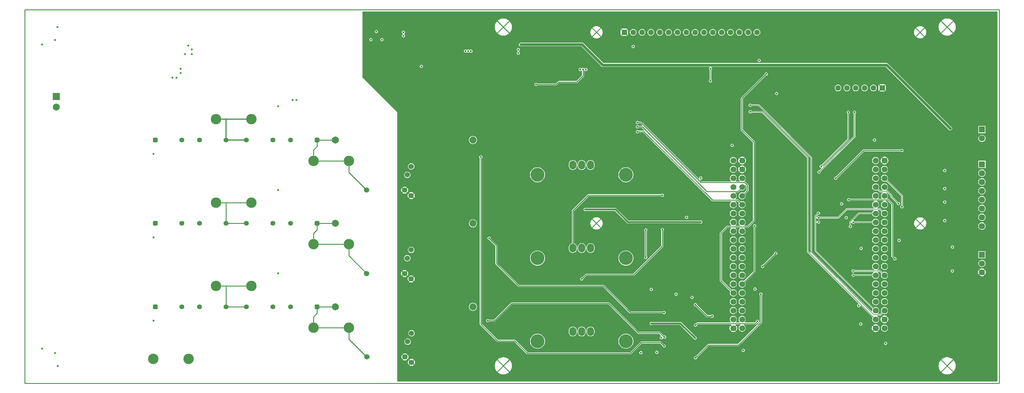
<source format=gbl>
G04 Layer_Physical_Order=4*
G04 Layer_Color=11796480*
%FSLAX43Y43*%
%MOMM*%
G71*
G01*
G75*
%ADD21C,2.000*%
%ADD30C,0.250*%
%ADD31C,0.200*%
%ADD32C,0.500*%
%ADD33C,0.150*%
%ADD35C,0.750*%
%ADD36C,0.300*%
%ADD38C,0.254*%
%ADD39O,2.000X2.500*%
%ADD40C,3.000*%
%ADD41C,1.600*%
%ADD42R,1.600X1.600*%
%ADD43C,1.524*%
%ADD46C,1.700*%
%ADD47C,1.750*%
%ADD48R,1.750X1.750*%
%ADD49C,4.000*%
%ADD50R,2.000X2.000*%
%ADD51C,1.800*%
%ADD52R,1.800X1.800*%
%ADD53C,1.400*%
G04:AMPARAMS|DCode=54|XSize=1.4mm|YSize=1.4mm|CornerRadius=0.35mm|HoleSize=0mm|Usage=FLASHONLY|Rotation=180.000|XOffset=0mm|YOffset=0mm|HoleType=Round|Shape=RoundedRectangle|*
%AMROUNDEDRECTD54*
21,1,1.400,0.700,0,0,180.0*
21,1,0.700,1.400,0,0,180.0*
1,1,0.700,-0.350,0.350*
1,1,0.700,0.350,0.350*
1,1,0.700,0.350,-0.350*
1,1,0.700,-0.350,-0.350*
%
%ADD54ROUNDEDRECTD54*%
%ADD55C,0.600*%
G36*
X279500Y500D02*
X107000D01*
Y78000D01*
X97000Y88000D01*
Y107000D01*
X279500D01*
Y500D01*
D02*
G37*
%LPC*%
G36*
X266500Y32759D02*
X266324Y32724D01*
X266176Y32624D01*
X266076Y32476D01*
X266041Y32300D01*
X266076Y32124D01*
X266176Y31976D01*
X266324Y31876D01*
X266500Y31841D01*
X266676Y31876D01*
X266824Y31976D01*
X266924Y32124D01*
X266959Y32300D01*
X266924Y32476D01*
X266824Y32624D01*
X266676Y32724D01*
X266500Y32759D01*
D02*
G37*
G36*
X275000Y33059D02*
X274705Y33020D01*
X274431Y32906D01*
X274296Y32803D01*
X275000Y32100D01*
X275704Y32803D01*
X275569Y32906D01*
X275295Y33020D01*
X275000Y33059D01*
D02*
G37*
G36*
X244460Y34629D02*
X244199Y34594D01*
X243956Y34493D01*
X243747Y34333D01*
X243587Y34124D01*
X243486Y33881D01*
X243451Y33620D01*
X243486Y33359D01*
X243587Y33116D01*
X243747Y32907D01*
X243956Y32746D01*
X244057Y32704D01*
X244023Y32529D01*
X238388D01*
X238324Y32624D01*
X238176Y32724D01*
X238000Y32759D01*
X237824Y32724D01*
X237676Y32624D01*
X237576Y32476D01*
X237541Y32300D01*
X237576Y32124D01*
X237676Y31976D01*
X237824Y31876D01*
X238000Y31841D01*
X238176Y31876D01*
X238324Y31976D01*
X238388Y32071D01*
X243821D01*
X243880Y31896D01*
X243747Y31793D01*
X243587Y31584D01*
X243486Y31341D01*
X243482Y31309D01*
X238408D01*
X238344Y31404D01*
X238196Y31504D01*
X238020Y31539D01*
X237844Y31504D01*
X237696Y31404D01*
X237596Y31256D01*
X237561Y31080D01*
X237596Y30904D01*
X237696Y30756D01*
X237844Y30656D01*
X238020Y30621D01*
X238196Y30656D01*
X238344Y30756D01*
X238408Y30851D01*
X243482D01*
X243486Y30819D01*
X243587Y30576D01*
X243747Y30367D01*
X243956Y30206D01*
X244199Y30106D01*
X244460Y30071D01*
X244721Y30106D01*
X244964Y30206D01*
X245173Y30367D01*
X245333Y30576D01*
X245434Y30819D01*
X245469Y31080D01*
X245434Y31341D01*
X245333Y31584D01*
X245173Y31793D01*
X245040Y31896D01*
X245099Y32071D01*
X245685D01*
X246146Y31610D01*
X246126Y31584D01*
X246026Y31341D01*
X245991Y31080D01*
X246026Y30819D01*
X246126Y30576D01*
X246287Y30367D01*
X246496Y30206D01*
X246739Y30106D01*
X247000Y30071D01*
X247261Y30106D01*
X247504Y30206D01*
X247713Y30367D01*
X247873Y30576D01*
X247974Y30819D01*
X248009Y31080D01*
X247974Y31341D01*
X247873Y31584D01*
X247713Y31793D01*
X247504Y31953D01*
X247261Y32054D01*
X247000Y32089D01*
X246739Y32054D01*
X246496Y31953D01*
X246470Y31934D01*
X245942Y32462D01*
X245868Y32512D01*
X245780Y32529D01*
X244897D01*
X244863Y32704D01*
X244964Y32746D01*
X245173Y32907D01*
X245333Y33116D01*
X245434Y33359D01*
X245469Y33620D01*
X245434Y33881D01*
X245333Y34124D01*
X245173Y34333D01*
X244964Y34493D01*
X244721Y34594D01*
X244460Y34629D01*
D02*
G37*
G36*
X109120Y32595D02*
X108855Y32560D01*
X108608Y32457D01*
X108497Y32373D01*
X109120Y31750D01*
X109743Y32373D01*
X109632Y32457D01*
X109385Y32560D01*
X109120Y32595D01*
D02*
G37*
G36*
X108317Y32193D02*
X108233Y32082D01*
X108130Y31835D01*
X108095Y31570D01*
X108130Y31305D01*
X108233Y31058D01*
X108317Y30947D01*
X108940Y31570D01*
X108317Y32193D01*
D02*
G37*
G36*
X274117Y32624D02*
X274014Y32489D01*
X273900Y32215D01*
X273861Y31920D01*
X273900Y31625D01*
X274014Y31351D01*
X274117Y31216D01*
X274820Y31920D01*
X274117Y32624D01*
D02*
G37*
G36*
X275883Y32624D02*
X275180Y31920D01*
X275883Y31216D01*
X275986Y31351D01*
X276100Y31625D01*
X276139Y31920D01*
X276100Y32215D01*
X275986Y32489D01*
X275883Y32624D01*
D02*
G37*
G36*
X203560Y34629D02*
X203299Y34594D01*
X203056Y34493D01*
X202847Y34333D01*
X202686Y34124D01*
X202586Y33881D01*
X202551Y33620D01*
X202586Y33359D01*
X202686Y33116D01*
X202847Y32907D01*
X203056Y32746D01*
X203299Y32646D01*
X203560Y32611D01*
X203821Y32646D01*
X204064Y32746D01*
X204273Y32907D01*
X204433Y33116D01*
X204534Y33359D01*
X204569Y33620D01*
X204534Y33881D01*
X204433Y34124D01*
X204273Y34333D01*
X204064Y34493D01*
X203821Y34594D01*
X203560Y34629D01*
D02*
G37*
G36*
X172700Y38160D02*
X172279Y38119D01*
X171873Y37996D01*
X171500Y37796D01*
X171172Y37528D01*
X170904Y37200D01*
X170704Y36827D01*
X170581Y36421D01*
X170540Y36000D01*
X170581Y35579D01*
X170704Y35173D01*
X170904Y34800D01*
X171172Y34472D01*
X171500Y34204D01*
X171873Y34004D01*
X172279Y33881D01*
X172700Y33840D01*
X173121Y33881D01*
X173527Y34004D01*
X173900Y34204D01*
X174228Y34472D01*
X174496Y34800D01*
X174696Y35173D01*
X174819Y35579D01*
X174860Y36000D01*
X174819Y36421D01*
X174696Y36827D01*
X174496Y37200D01*
X174228Y37528D01*
X173900Y37796D01*
X173527Y37996D01*
X173121Y38119D01*
X172700Y38160D01*
D02*
G37*
G36*
X109880Y36890D02*
X109642Y36859D01*
X109420Y36767D01*
X109230Y36620D01*
X109083Y36430D01*
X108991Y36208D01*
X108960Y35970D01*
X108991Y35732D01*
X109083Y35510D01*
X109230Y35320D01*
X109420Y35173D01*
X109642Y35081D01*
X109880Y35050D01*
X110118Y35081D01*
X110340Y35173D01*
X110530Y35320D01*
X110677Y35510D01*
X110769Y35732D01*
X110800Y35970D01*
X110769Y36208D01*
X110677Y36430D01*
X110530Y36620D01*
X110340Y36767D01*
X110118Y36859D01*
X109880Y36890D01*
D02*
G37*
G36*
X203560Y37169D02*
X203299Y37134D01*
X203056Y37033D01*
X202847Y36873D01*
X202686Y36664D01*
X202586Y36421D01*
X202551Y36160D01*
X202586Y35899D01*
X202686Y35656D01*
X202847Y35447D01*
X203056Y35286D01*
X203299Y35186D01*
X203560Y35151D01*
X203821Y35186D01*
X204064Y35286D01*
X204273Y35447D01*
X204433Y35656D01*
X204534Y35899D01*
X204569Y36160D01*
X204534Y36421D01*
X204433Y36664D01*
X204273Y36873D01*
X204064Y37033D01*
X203821Y37134D01*
X203560Y37169D01*
D02*
G37*
G36*
X147300Y38160D02*
X146879Y38119D01*
X146473Y37996D01*
X146100Y37796D01*
X145772Y37528D01*
X145504Y37200D01*
X145304Y36827D01*
X145181Y36421D01*
X145140Y36000D01*
X145181Y35579D01*
X145304Y35173D01*
X145504Y34800D01*
X145772Y34472D01*
X146100Y34204D01*
X146473Y34004D01*
X146879Y33881D01*
X147300Y33840D01*
X147721Y33881D01*
X148127Y34004D01*
X148500Y34204D01*
X148828Y34472D01*
X149096Y34800D01*
X149296Y35173D01*
X149419Y35579D01*
X149460Y36000D01*
X149419Y36421D01*
X149296Y36827D01*
X149096Y37200D01*
X148828Y37528D01*
X148500Y37796D01*
X148127Y37996D01*
X147721Y38119D01*
X147300Y38160D01*
D02*
G37*
G36*
X206100Y34629D02*
X205839Y34594D01*
X205596Y34493D01*
X205387Y34333D01*
X205227Y34124D01*
X205126Y33881D01*
X205091Y33620D01*
X205126Y33359D01*
X205227Y33116D01*
X205387Y32907D01*
X205596Y32746D01*
X205839Y32646D01*
X206100Y32611D01*
X206361Y32646D01*
X206604Y32746D01*
X206813Y32907D01*
X206973Y33116D01*
X207074Y33359D01*
X207109Y33620D01*
X207074Y33881D01*
X206973Y34124D01*
X206813Y34333D01*
X206604Y34493D01*
X206361Y34594D01*
X206100Y34629D01*
D02*
G37*
G36*
X247000D02*
X246739Y34594D01*
X246496Y34493D01*
X246287Y34333D01*
X246126Y34124D01*
X246026Y33881D01*
X245991Y33620D01*
X246026Y33359D01*
X246126Y33116D01*
X246287Y32907D01*
X246496Y32746D01*
X246739Y32646D01*
X247000Y32611D01*
X247261Y32646D01*
X247504Y32746D01*
X247713Y32907D01*
X247873Y33116D01*
X247974Y33359D01*
X248009Y33620D01*
X247974Y33881D01*
X247873Y34124D01*
X247713Y34333D01*
X247504Y34493D01*
X247261Y34594D01*
X247000Y34629D01*
D02*
G37*
G36*
X275000Y35494D02*
X274732Y35459D01*
X274483Y35355D01*
X274269Y35191D01*
X274105Y34977D01*
X274001Y34728D01*
X273966Y34460D01*
X274001Y34192D01*
X274105Y33943D01*
X274269Y33729D01*
X274483Y33565D01*
X274732Y33461D01*
X275000Y33426D01*
X275268Y33461D01*
X275517Y33565D01*
X275731Y33729D01*
X275895Y33943D01*
X275999Y34192D01*
X276034Y34460D01*
X275999Y34728D01*
X275895Y34977D01*
X275731Y35191D01*
X275517Y35355D01*
X275268Y35459D01*
X275000Y35494D01*
D02*
G37*
G36*
X111000Y29820D02*
X110377Y29197D01*
X110488Y29113D01*
X110735Y29010D01*
X111000Y28975D01*
X111265Y29010D01*
X111512Y29113D01*
X111623Y29197D01*
X111000Y29820D01*
D02*
G37*
G36*
X111803Y30623D02*
X111180Y30000D01*
X111803Y29377D01*
X111887Y29488D01*
X111990Y29735D01*
X112025Y30000D01*
X111990Y30265D01*
X111887Y30512D01*
X111803Y30623D01*
D02*
G37*
G36*
X110197Y30623D02*
X110113Y30512D01*
X110010Y30265D01*
X109975Y30000D01*
X110010Y29735D01*
X110113Y29488D01*
X110197Y29377D01*
X110820Y30000D01*
X110197Y30623D01*
D02*
G37*
G36*
X247000Y29549D02*
X246739Y29514D01*
X246496Y29413D01*
X246287Y29253D01*
X246126Y29044D01*
X246026Y28801D01*
X245991Y28540D01*
X246026Y28279D01*
X246126Y28036D01*
X246287Y27827D01*
X246496Y27667D01*
X246739Y27566D01*
X247000Y27531D01*
X247261Y27566D01*
X247504Y27667D01*
X247713Y27827D01*
X247873Y28036D01*
X247974Y28279D01*
X248009Y28540D01*
X247974Y28801D01*
X247873Y29044D01*
X247713Y29253D01*
X247504Y29413D01*
X247261Y29514D01*
X247000Y29549D01*
D02*
G37*
G36*
X209800Y27559D02*
X209624Y27524D01*
X209476Y27424D01*
X209376Y27276D01*
X209341Y27100D01*
X209376Y26924D01*
X209476Y26776D01*
X209624Y26676D01*
X209800Y26641D01*
X209976Y26676D01*
X210124Y26776D01*
X210224Y26924D01*
X210259Y27100D01*
X210224Y27276D01*
X210124Y27424D01*
X209976Y27524D01*
X209800Y27559D01*
D02*
G37*
G36*
X203560Y29549D02*
X203299Y29514D01*
X203056Y29413D01*
X202847Y29253D01*
X202686Y29044D01*
X202586Y28801D01*
X202551Y28540D01*
X202586Y28279D01*
X202686Y28036D01*
X202847Y27827D01*
X203056Y27667D01*
X203299Y27566D01*
X203560Y27531D01*
X203821Y27566D01*
X204064Y27667D01*
X204273Y27827D01*
X204433Y28036D01*
X204534Y28279D01*
X204569Y28540D01*
X204534Y28801D01*
X204433Y29044D01*
X204273Y29253D01*
X204064Y29413D01*
X203821Y29514D01*
X203560Y29549D01*
D02*
G37*
G36*
X244460D02*
X244199Y29514D01*
X243956Y29413D01*
X243747Y29253D01*
X243587Y29044D01*
X243486Y28801D01*
X243451Y28540D01*
X243486Y28279D01*
X243587Y28036D01*
X243747Y27827D01*
X243956Y27667D01*
X244199Y27566D01*
X244460Y27531D01*
X244721Y27566D01*
X244964Y27667D01*
X245173Y27827D01*
X245333Y28036D01*
X245434Y28279D01*
X245469Y28540D01*
X245434Y28801D01*
X245333Y29044D01*
X245173Y29253D01*
X244964Y29413D01*
X244721Y29514D01*
X244460Y29549D01*
D02*
G37*
G36*
X209700Y45759D02*
X209524Y45724D01*
X209376Y45624D01*
X209276Y45476D01*
X209241Y45300D01*
X209276Y45124D01*
X209376Y44976D01*
X209420Y44946D01*
Y32256D01*
X206585Y29421D01*
X206361Y29514D01*
X206100Y29549D01*
X205839Y29514D01*
X205596Y29413D01*
X205387Y29253D01*
X205227Y29044D01*
X205126Y28801D01*
X205091Y28540D01*
X205126Y28279D01*
X205227Y28036D01*
X205387Y27827D01*
X205596Y27667D01*
X205839Y27566D01*
X206100Y27531D01*
X206361Y27566D01*
X206604Y27667D01*
X206813Y27827D01*
X206973Y28036D01*
X207074Y28279D01*
X207109Y28540D01*
X207074Y28801D01*
X206982Y29025D01*
X209898Y31942D01*
X209959Y32033D01*
X209980Y32140D01*
Y44946D01*
X210024Y44976D01*
X210124Y45124D01*
X210159Y45300D01*
X210124Y45476D01*
X210024Y45624D01*
X209876Y45724D01*
X209700Y45759D01*
D02*
G37*
G36*
X109120Y31390D02*
X108497Y30767D01*
X108608Y30683D01*
X108855Y30580D01*
X109120Y30545D01*
X109385Y30580D01*
X109632Y30683D01*
X109743Y30767D01*
X109120Y31390D01*
D02*
G37*
G36*
X275000Y31740D02*
X274296Y31037D01*
X274431Y30934D01*
X274705Y30820D01*
X275000Y30781D01*
X275295Y30820D01*
X275569Y30934D01*
X275704Y31037D01*
X275000Y31740D01*
D02*
G37*
G36*
X109923Y32193D02*
X109300Y31570D01*
X109923Y30947D01*
X110007Y31058D01*
X110110Y31305D01*
X110145Y31570D01*
X110110Y31835D01*
X110007Y32082D01*
X109923Y32193D01*
D02*
G37*
G36*
X183175Y44684D02*
X182999Y44649D01*
X182851Y44549D01*
X182751Y44401D01*
X182716Y44225D01*
X182751Y44049D01*
X182851Y43901D01*
X182895Y43871D01*
Y39591D01*
X174784Y31480D01*
X161200D01*
X161093Y31459D01*
X161002Y31398D01*
X160052Y30448D01*
X160000Y30459D01*
X159824Y30424D01*
X159676Y30324D01*
X159576Y30176D01*
X159541Y30000D01*
X159576Y29824D01*
X159676Y29676D01*
X159824Y29576D01*
X160000Y29541D01*
X160176Y29576D01*
X160324Y29676D01*
X160424Y29824D01*
X160459Y30000D01*
X160448Y30052D01*
X161316Y30920D01*
X174900D01*
X175007Y30941D01*
X175098Y31002D01*
X183373Y39277D01*
X183434Y39368D01*
X183455Y39475D01*
Y43871D01*
X183499Y43901D01*
X183599Y44049D01*
X183634Y44225D01*
X183599Y44401D01*
X183499Y44549D01*
X183351Y44649D01*
X183175Y44684D01*
D02*
G37*
G36*
X203560Y32089D02*
X203299Y32054D01*
X203056Y31953D01*
X202847Y31793D01*
X202686Y31584D01*
X202586Y31341D01*
X202551Y31080D01*
X202586Y30819D01*
X202686Y30576D01*
X202847Y30367D01*
X203056Y30206D01*
X203299Y30106D01*
X203560Y30071D01*
X203821Y30106D01*
X204064Y30206D01*
X204273Y30367D01*
X204433Y30576D01*
X204534Y30819D01*
X204569Y31080D01*
X204534Y31341D01*
X204433Y31584D01*
X204273Y31793D01*
X204064Y31953D01*
X203821Y32054D01*
X203560Y32089D01*
D02*
G37*
G36*
X206100D02*
X205839Y32054D01*
X205596Y31953D01*
X205387Y31793D01*
X205227Y31584D01*
X205126Y31341D01*
X205091Y31080D01*
X205126Y30819D01*
X205227Y30576D01*
X205387Y30367D01*
X205596Y30206D01*
X205839Y30106D01*
X206100Y30071D01*
X206361Y30106D01*
X206604Y30206D01*
X206813Y30367D01*
X206973Y30576D01*
X207074Y30819D01*
X207109Y31080D01*
X207074Y31341D01*
X206973Y31584D01*
X206813Y31793D01*
X206604Y31953D01*
X206361Y32054D01*
X206100Y32089D01*
D02*
G37*
G36*
X111000Y31025D02*
X110735Y30990D01*
X110488Y30887D01*
X110377Y30803D01*
X111000Y30180D01*
X111623Y30803D01*
X111512Y30887D01*
X111265Y30990D01*
X111000Y31025D01*
D02*
G37*
G36*
X247000Y42249D02*
X246739Y42214D01*
X246496Y42113D01*
X246287Y41953D01*
X246126Y41744D01*
X246026Y41501D01*
X245991Y41240D01*
X246026Y40979D01*
X246126Y40736D01*
X246287Y40527D01*
X246496Y40367D01*
X246739Y40266D01*
X247000Y40231D01*
X247261Y40266D01*
X247504Y40367D01*
X247713Y40527D01*
X247873Y40736D01*
X247974Y40979D01*
X248009Y41240D01*
X247974Y41501D01*
X247873Y41744D01*
X247713Y41953D01*
X247504Y42113D01*
X247261Y42214D01*
X247000Y42249D01*
D02*
G37*
G36*
X251200Y41559D02*
X251024Y41524D01*
X250876Y41424D01*
X250776Y41276D01*
X250741Y41100D01*
X250776Y40924D01*
X250876Y40776D01*
X251024Y40676D01*
X251200Y40641D01*
X251376Y40676D01*
X251524Y40776D01*
X251624Y40924D01*
X251659Y41100D01*
X251624Y41276D01*
X251524Y41424D01*
X251376Y41524D01*
X251200Y41559D01*
D02*
G37*
G36*
X244460Y44789D02*
X244199Y44754D01*
X243956Y44653D01*
X243747Y44493D01*
X243587Y44284D01*
X243486Y44041D01*
X243451Y43780D01*
X243486Y43519D01*
X243587Y43276D01*
X243747Y43067D01*
X243956Y42907D01*
X244199Y42806D01*
X244460Y42771D01*
X244721Y42806D01*
X244964Y42907D01*
X245173Y43067D01*
X245333Y43276D01*
X245434Y43519D01*
X245469Y43780D01*
X245434Y44041D01*
X245333Y44284D01*
X245173Y44493D01*
X244964Y44653D01*
X244721Y44754D01*
X244460Y44789D01*
D02*
G37*
G36*
Y42249D02*
X244199Y42214D01*
X243956Y42113D01*
X243747Y41953D01*
X243587Y41744D01*
X243486Y41501D01*
X243451Y41240D01*
X243486Y40979D01*
X243587Y40736D01*
X243747Y40527D01*
X243956Y40367D01*
X244199Y40266D01*
X244460Y40231D01*
X244721Y40266D01*
X244964Y40367D01*
X245173Y40527D01*
X245333Y40736D01*
X245434Y40979D01*
X245469Y41240D01*
X245434Y41501D01*
X245333Y41744D01*
X245173Y41953D01*
X244964Y42113D01*
X244721Y42214D01*
X244460Y42249D01*
D02*
G37*
G36*
X266500Y39659D02*
X266324Y39624D01*
X266176Y39524D01*
X266076Y39376D01*
X266041Y39200D01*
X266076Y39024D01*
X266176Y38876D01*
X266324Y38776D01*
X266500Y38741D01*
X266676Y38776D01*
X266824Y38876D01*
X266924Y39024D01*
X266959Y39200D01*
X266924Y39376D01*
X266824Y39524D01*
X266676Y39624D01*
X266500Y39659D01*
D02*
G37*
G36*
X203560Y42249D02*
X203299Y42214D01*
X203056Y42113D01*
X202847Y41953D01*
X202686Y41744D01*
X202586Y41501D01*
X202551Y41240D01*
X202586Y40979D01*
X202686Y40736D01*
X202847Y40527D01*
X203056Y40367D01*
X203299Y40266D01*
X203560Y40231D01*
X203821Y40266D01*
X204064Y40367D01*
X204273Y40527D01*
X204433Y40736D01*
X204534Y40979D01*
X204569Y41240D01*
X204534Y41501D01*
X204433Y41744D01*
X204273Y41953D01*
X204064Y42113D01*
X203821Y42214D01*
X203560Y42249D01*
D02*
G37*
G36*
X206100D02*
X205839Y42214D01*
X205596Y42113D01*
X205387Y41953D01*
X205227Y41744D01*
X205126Y41501D01*
X205091Y41240D01*
X205126Y40979D01*
X205227Y40736D01*
X205387Y40527D01*
X205596Y40367D01*
X205839Y40266D01*
X206100Y40231D01*
X206361Y40266D01*
X206604Y40367D01*
X206813Y40527D01*
X206973Y40736D01*
X207074Y40979D01*
X207109Y41240D01*
X207074Y41501D01*
X206973Y41744D01*
X206813Y41953D01*
X206604Y42113D01*
X206361Y42214D01*
X206100Y42249D01*
D02*
G37*
G36*
X247000Y44789D02*
X246739Y44754D01*
X246496Y44653D01*
X246287Y44493D01*
X246126Y44284D01*
X246026Y44041D01*
X245991Y43780D01*
X246026Y43519D01*
X246126Y43276D01*
X246287Y43067D01*
X246496Y42907D01*
X246739Y42806D01*
X247000Y42771D01*
X247261Y42806D01*
X247504Y42907D01*
X247713Y43067D01*
X247873Y43276D01*
X247974Y43519D01*
X248009Y43780D01*
X247974Y44041D01*
X247873Y44284D01*
X247713Y44493D01*
X247504Y44653D01*
X247261Y44754D01*
X247000Y44789D01*
D02*
G37*
G36*
X162923Y47148D02*
X162785Y46979D01*
X162622Y46674D01*
X162521Y46344D01*
X162488Y46000D01*
X162521Y45656D01*
X162622Y45326D01*
X162785Y45021D01*
X162923Y44852D01*
X164070Y46000D01*
X162923Y47148D01*
D02*
G37*
G36*
X255943D02*
X255805Y46979D01*
X255642Y46674D01*
X255541Y46344D01*
X255508Y46000D01*
X255541Y45656D01*
X255642Y45326D01*
X255805Y45021D01*
X255943Y44852D01*
X257090Y46000D01*
X255943Y47148D01*
D02*
G37*
G36*
X165577D02*
X164430Y46000D01*
X165577Y44852D01*
X165715Y45021D01*
X165878Y45326D01*
X165979Y45656D01*
X166012Y46000D01*
X165979Y46344D01*
X165878Y46674D01*
X165715Y46979D01*
X165577Y47148D01*
D02*
G37*
G36*
X128750Y47160D02*
X128450Y47120D01*
X128170Y47005D01*
X127930Y46820D01*
X127745Y46580D01*
X127630Y46300D01*
X127590Y46000D01*
X127630Y45700D01*
X127745Y45420D01*
X127930Y45180D01*
X128170Y44995D01*
X128450Y44880D01*
X128750Y44840D01*
X129050Y44880D01*
X129330Y44995D01*
X129570Y45180D01*
X129755Y45420D01*
X129870Y45700D01*
X129910Y46000D01*
X129870Y46300D01*
X129755Y46580D01*
X129570Y46820D01*
X129330Y47005D01*
X129050Y47120D01*
X128750Y47160D01*
D02*
G37*
G36*
X275000Y46279D02*
X274726Y46243D01*
X274470Y46137D01*
X274251Y45969D01*
X274083Y45750D01*
X273977Y45494D01*
X273941Y45220D01*
X273977Y44946D01*
X274083Y44690D01*
X274251Y44471D01*
X274470Y44303D01*
X274726Y44197D01*
X275000Y44161D01*
X275274Y44197D01*
X275530Y44303D01*
X275749Y44471D01*
X275917Y44690D01*
X276023Y44946D01*
X276059Y45220D01*
X276023Y45494D01*
X275917Y45750D01*
X275749Y45969D01*
X275530Y46137D01*
X275274Y46243D01*
X275000Y46279D01*
D02*
G37*
G36*
X164250Y45820D02*
X163102Y44673D01*
X163271Y44535D01*
X163576Y44372D01*
X163906Y44271D01*
X164250Y44238D01*
X164594Y44271D01*
X164924Y44372D01*
X165229Y44535D01*
X165398Y44673D01*
X164250Y45820D01*
D02*
G37*
G36*
X257270D02*
X256122Y44673D01*
X256291Y44535D01*
X256596Y44372D01*
X256926Y44271D01*
X257270Y44238D01*
X257614Y44271D01*
X257944Y44372D01*
X258249Y44535D01*
X258418Y44673D01*
X257270Y45820D01*
D02*
G37*
G36*
X276025Y38025D02*
X273975D01*
Y35975D01*
X276025D01*
Y38025D01*
D02*
G37*
G36*
X215760Y37859D02*
X215584Y37824D01*
X215436Y37724D01*
X215336Y37576D01*
X215301Y37400D01*
X215312Y37348D01*
X212032Y34068D01*
X211980Y34079D01*
X211804Y34044D01*
X211656Y33944D01*
X211556Y33796D01*
X211521Y33620D01*
X211556Y33444D01*
X211656Y33296D01*
X211804Y33196D01*
X211980Y33161D01*
X212156Y33196D01*
X212304Y33296D01*
X212404Y33444D01*
X212439Y33620D01*
X212428Y33672D01*
X215708Y36952D01*
X215760Y36941D01*
X215936Y36976D01*
X216084Y37076D01*
X216184Y37224D01*
X216219Y37400D01*
X216184Y37576D01*
X216084Y37724D01*
X215936Y37824D01*
X215760Y37859D01*
D02*
G37*
G36*
X111000Y39300D02*
X110762Y39269D01*
X110540Y39177D01*
X110350Y39030D01*
X110203Y38840D01*
X110111Y38618D01*
X110080Y38380D01*
X110111Y38142D01*
X110203Y37920D01*
X110350Y37730D01*
X110540Y37583D01*
X110762Y37491D01*
X111000Y37460D01*
X111238Y37491D01*
X111460Y37583D01*
X111650Y37730D01*
X111797Y37920D01*
X111889Y38142D01*
X111920Y38380D01*
X111889Y38618D01*
X111797Y38840D01*
X111650Y39030D01*
X111460Y39177D01*
X111238Y39269D01*
X111000Y39300D01*
D02*
G37*
G36*
X178400Y44559D02*
X178224Y44524D01*
X178076Y44424D01*
X177976Y44276D01*
X177941Y44100D01*
X177976Y43924D01*
X178076Y43776D01*
X178120Y43746D01*
Y36554D01*
X178076Y36524D01*
X177976Y36376D01*
X177941Y36200D01*
X177976Y36024D01*
X178076Y35876D01*
X178224Y35776D01*
X178400Y35741D01*
X178576Y35776D01*
X178724Y35876D01*
X178824Y36024D01*
X178859Y36200D01*
X178824Y36376D01*
X178724Y36524D01*
X178680Y36554D01*
Y43746D01*
X178724Y43776D01*
X178824Y43924D01*
X178859Y44100D01*
X178824Y44276D01*
X178724Y44424D01*
X178576Y44524D01*
X178400Y44559D01*
D02*
G37*
G36*
X206100Y37169D02*
X205839Y37134D01*
X205596Y37033D01*
X205387Y36873D01*
X205227Y36664D01*
X205126Y36421D01*
X205091Y36160D01*
X205126Y35899D01*
X205227Y35656D01*
X205387Y35447D01*
X205596Y35286D01*
X205839Y35186D01*
X206100Y35151D01*
X206361Y35186D01*
X206604Y35286D01*
X206813Y35447D01*
X206973Y35656D01*
X207074Y35899D01*
X207109Y36160D01*
X207074Y36421D01*
X206973Y36664D01*
X206813Y36873D01*
X206604Y37033D01*
X206361Y37134D01*
X206100Y37169D01*
D02*
G37*
G36*
X244460D02*
X244199Y37134D01*
X243956Y37033D01*
X243747Y36873D01*
X243587Y36664D01*
X243486Y36421D01*
X243451Y36160D01*
X243486Y35899D01*
X243587Y35656D01*
X243747Y35447D01*
X243956Y35286D01*
X244199Y35186D01*
X244460Y35151D01*
X244721Y35186D01*
X244964Y35286D01*
X245173Y35447D01*
X245333Y35656D01*
X245434Y35899D01*
X245469Y36160D01*
X245434Y36421D01*
X245333Y36664D01*
X245173Y36873D01*
X244964Y37033D01*
X244721Y37134D01*
X244460Y37169D01*
D02*
G37*
G36*
X247000D02*
X246739Y37134D01*
X246496Y37033D01*
X246287Y36873D01*
X246126Y36664D01*
X246026Y36421D01*
X245991Y36160D01*
X246026Y35899D01*
X246126Y35656D01*
X246287Y35447D01*
X246496Y35286D01*
X246739Y35186D01*
X247000Y35151D01*
X247261Y35186D01*
X247504Y35286D01*
X247713Y35447D01*
X247873Y35656D01*
X247974Y35899D01*
X248009Y36160D01*
X247974Y36421D01*
X247873Y36664D01*
X247713Y36873D01*
X247504Y37033D01*
X247261Y37134D01*
X247000Y37169D01*
D02*
G37*
G36*
X160000Y40310D02*
X159700Y40270D01*
X159420Y40155D01*
X159180Y39970D01*
X158995Y39730D01*
X158880Y39450D01*
X158840Y39150D01*
Y38650D01*
X158880Y38350D01*
X158995Y38070D01*
X159180Y37830D01*
X159420Y37645D01*
X159700Y37530D01*
X160000Y37490D01*
X160300Y37530D01*
X160580Y37645D01*
X160820Y37830D01*
X161005Y38070D01*
X161120Y38350D01*
X161160Y38650D01*
Y39150D01*
X161120Y39450D01*
X161005Y39730D01*
X160820Y39970D01*
X160580Y40155D01*
X160300Y40270D01*
X160000Y40310D01*
D02*
G37*
G36*
X244460Y39709D02*
X244199Y39674D01*
X243956Y39573D01*
X243747Y39413D01*
X243587Y39204D01*
X243486Y38961D01*
X243451Y38700D01*
X243486Y38439D01*
X243587Y38196D01*
X243747Y37987D01*
X243956Y37826D01*
X244199Y37726D01*
X244460Y37691D01*
X244721Y37726D01*
X244964Y37826D01*
X245173Y37987D01*
X245333Y38196D01*
X245434Y38439D01*
X245469Y38700D01*
X245434Y38961D01*
X245333Y39204D01*
X245173Y39413D01*
X244964Y39573D01*
X244721Y39674D01*
X244460Y39709D01*
D02*
G37*
G36*
X247000D02*
X246739Y39674D01*
X246496Y39573D01*
X246287Y39413D01*
X246126Y39204D01*
X246026Y38961D01*
X245991Y38700D01*
X246026Y38439D01*
X246126Y38196D01*
X246287Y37987D01*
X246496Y37826D01*
X246739Y37726D01*
X247000Y37691D01*
X247261Y37726D01*
X247504Y37826D01*
X247713Y37987D01*
X247873Y38196D01*
X247974Y38439D01*
X248009Y38700D01*
X247974Y38961D01*
X247873Y39204D01*
X247713Y39413D01*
X247504Y39573D01*
X247261Y39674D01*
X247000Y39709D01*
D02*
G37*
G36*
X240300Y39259D02*
X240124Y39224D01*
X239976Y39124D01*
X239876Y38976D01*
X239841Y38800D01*
X239876Y38624D01*
X239976Y38476D01*
X240124Y38376D01*
X240300Y38341D01*
X240476Y38376D01*
X240624Y38476D01*
X240724Y38624D01*
X240759Y38800D01*
X240724Y38976D01*
X240624Y39124D01*
X240476Y39224D01*
X240300Y39259D01*
D02*
G37*
G36*
X206100Y39709D02*
X205839Y39674D01*
X205596Y39573D01*
X205387Y39413D01*
X205227Y39204D01*
X205126Y38961D01*
X205091Y38700D01*
X205126Y38439D01*
X205227Y38196D01*
X205387Y37987D01*
X205596Y37826D01*
X205839Y37726D01*
X206100Y37691D01*
X206361Y37726D01*
X206604Y37826D01*
X206813Y37987D01*
X206973Y38196D01*
X207074Y38439D01*
X207109Y38700D01*
X207074Y38961D01*
X206973Y39204D01*
X206813Y39413D01*
X206604Y39573D01*
X206361Y39674D01*
X206100Y39709D01*
D02*
G37*
G36*
X162550Y40310D02*
X162250Y40270D01*
X161970Y40155D01*
X161730Y39970D01*
X161545Y39730D01*
X161430Y39450D01*
X161390Y39150D01*
Y38650D01*
X161430Y38350D01*
X161545Y38070D01*
X161730Y37830D01*
X161970Y37645D01*
X162250Y37530D01*
X162550Y37490D01*
X162850Y37530D01*
X163130Y37645D01*
X163370Y37830D01*
X163555Y38070D01*
X163670Y38350D01*
X163710Y38650D01*
Y39150D01*
X163670Y39450D01*
X163555Y39730D01*
X163370Y39970D01*
X163130Y40155D01*
X162850Y40270D01*
X162550Y40310D01*
D02*
G37*
G36*
X208400Y80459D02*
X208224Y80424D01*
X208076Y80324D01*
X207976Y80176D01*
X207941Y80000D01*
X207976Y79824D01*
X208076Y79676D01*
X208224Y79576D01*
X208400Y79541D01*
X208576Y79576D01*
X208724Y79676D01*
X208788Y79771D01*
X210905D01*
X225771Y64905D01*
Y37700D01*
X225785Y37627D01*
X225777Y37617D01*
X225588Y37576D01*
X225229Y37935D01*
Y65000D01*
X225229Y65000D01*
X225212Y65088D01*
X225162Y65162D01*
X225162Y65162D01*
X212062Y78262D01*
X211988Y78312D01*
X211900Y78329D01*
X208788D01*
X208724Y78424D01*
X208576Y78524D01*
X208400Y78559D01*
X208224Y78524D01*
X208076Y78424D01*
X207976Y78276D01*
X207941Y78100D01*
X207976Y77924D01*
X208076Y77776D01*
X208224Y77676D01*
X208400Y77641D01*
X208576Y77676D01*
X208724Y77776D01*
X208788Y77871D01*
X211805D01*
X224771Y64905D01*
Y37840D01*
X224788Y37752D01*
X224838Y37678D01*
X239590Y22926D01*
X239524Y22744D01*
X239424Y22724D01*
X239276Y22624D01*
X239176Y22476D01*
X239141Y22300D01*
X239176Y22124D01*
X239276Y21976D01*
X239424Y21876D01*
X239600Y21841D01*
X239776Y21876D01*
X239924Y21976D01*
X240024Y22124D01*
X240044Y22224D01*
X240226Y22290D01*
X243606Y18910D01*
X243587Y18884D01*
X243486Y18641D01*
X243451Y18380D01*
X243486Y18119D01*
X243587Y17876D01*
X243747Y17667D01*
X243956Y17507D01*
X244199Y17406D01*
X244460Y17371D01*
X244721Y17406D01*
X244964Y17507D01*
X245173Y17667D01*
X245333Y17876D01*
X245434Y18119D01*
X245469Y18380D01*
X245434Y18641D01*
X245333Y18884D01*
X245173Y19093D01*
X244964Y19253D01*
X244863Y19296D01*
X244897Y19471D01*
X245780D01*
X245868Y19488D01*
X245942Y19538D01*
X246470Y20066D01*
X246496Y20046D01*
X246739Y19946D01*
X247000Y19911D01*
X247261Y19946D01*
X247504Y20046D01*
X247713Y20207D01*
X247873Y20416D01*
X247974Y20659D01*
X248009Y20920D01*
X247974Y21181D01*
X247873Y21424D01*
X247713Y21633D01*
X247504Y21793D01*
X247261Y21894D01*
X247000Y21929D01*
X246739Y21894D01*
X246496Y21793D01*
X246287Y21633D01*
X246126Y21424D01*
X246026Y21181D01*
X245991Y20920D01*
X246026Y20659D01*
X246126Y20416D01*
X246146Y20390D01*
X245685Y19929D01*
X245099D01*
X245040Y20104D01*
X245173Y20207D01*
X245333Y20416D01*
X245434Y20659D01*
X245469Y20920D01*
X245434Y21181D01*
X245333Y21424D01*
X245173Y21633D01*
X244964Y21793D01*
X244721Y21894D01*
X244460Y21929D01*
X244199Y21894D01*
X243956Y21793D01*
X243930Y21774D01*
X227429Y38275D01*
Y46206D01*
X227604Y46223D01*
X227611Y46189D01*
X227711Y46041D01*
X227859Y45941D01*
X228035Y45906D01*
X228211Y45941D01*
X228359Y46041D01*
X228459Y46189D01*
X228494Y46365D01*
X228459Y46541D01*
X228359Y46689D01*
X228211Y46789D01*
X228035Y46824D01*
X227859Y46789D01*
X227711Y46689D01*
X227611Y46541D01*
X227604Y46507D01*
X227429Y46524D01*
Y47476D01*
X227604Y47493D01*
X227611Y47459D01*
X227711Y47311D01*
X227859Y47211D01*
X228035Y47176D01*
X228211Y47211D01*
X228359Y47311D01*
X228423Y47406D01*
X233635D01*
X233723Y47423D01*
X233797Y47473D01*
X236195Y49871D01*
X243847D01*
X243906Y49696D01*
X243747Y49573D01*
X243587Y49364D01*
X243486Y49121D01*
X243482Y49089D01*
X239560D01*
X239560Y49089D01*
X239472Y49072D01*
X239398Y49022D01*
X237033Y46657D01*
X236983Y46583D01*
X236966Y46495D01*
Y45483D01*
X236871Y45419D01*
X236771Y45271D01*
X236736Y45095D01*
X236771Y44919D01*
X236871Y44771D01*
X237019Y44671D01*
X237195Y44636D01*
X237371Y44671D01*
X237519Y44771D01*
X237619Y44919D01*
X237654Y45095D01*
X237619Y45271D01*
X237519Y45419D01*
X237424Y45483D01*
Y46111D01*
X237596Y46144D01*
X237696Y45996D01*
X237844Y45896D01*
X238020Y45861D01*
X238196Y45896D01*
X238344Y45996D01*
X238408Y46091D01*
X243482D01*
X243486Y46059D01*
X243587Y45816D01*
X243747Y45607D01*
X243956Y45446D01*
X244199Y45346D01*
X244460Y45311D01*
X244721Y45346D01*
X244964Y45446D01*
X245173Y45607D01*
X245333Y45816D01*
X245434Y46059D01*
X245469Y46320D01*
X245434Y46581D01*
X245333Y46824D01*
X245173Y47033D01*
X244964Y47193D01*
X244721Y47294D01*
X244460Y47329D01*
X244199Y47294D01*
X243956Y47193D01*
X243747Y47033D01*
X243587Y46824D01*
X243486Y46581D01*
X243482Y46549D01*
X238408D01*
X238344Y46644D01*
X238196Y46744D01*
X238046Y46774D01*
X237998Y46856D01*
X237972Y46948D01*
X239655Y48631D01*
X243482D01*
X243486Y48599D01*
X243587Y48356D01*
X243747Y48147D01*
X243956Y47986D01*
X244199Y47886D01*
X244460Y47851D01*
X244721Y47886D01*
X244964Y47986D01*
X245173Y48147D01*
X245333Y48356D01*
X245434Y48599D01*
X245469Y48860D01*
X245434Y49121D01*
X245333Y49364D01*
X245173Y49573D01*
X245014Y49696D01*
X245073Y49871D01*
X245665D01*
X246146Y49390D01*
X246126Y49364D01*
X246026Y49121D01*
X245991Y48860D01*
X246026Y48599D01*
X246126Y48356D01*
X246287Y48147D01*
X246496Y47986D01*
X246739Y47886D01*
X247000Y47851D01*
X247261Y47886D01*
X247504Y47986D01*
X247713Y48147D01*
X247873Y48356D01*
X247974Y48599D01*
X248009Y48860D01*
X247974Y49121D01*
X247873Y49364D01*
X247713Y49573D01*
X247504Y49733D01*
X247261Y49834D01*
X247000Y49869D01*
X246739Y49834D01*
X246496Y49733D01*
X246470Y49714D01*
X245922Y50262D01*
X245848Y50312D01*
X245760Y50329D01*
X244946D01*
X244911Y50504D01*
X244964Y50527D01*
X245173Y50687D01*
X245333Y50896D01*
X245434Y51139D01*
X245469Y51400D01*
X245434Y51661D01*
X245333Y51904D01*
X245173Y52113D01*
X244964Y52273D01*
X244793Y52345D01*
X244827Y52520D01*
X246633D01*
X246667Y52345D01*
X246496Y52273D01*
X246287Y52113D01*
X246126Y51904D01*
X246026Y51661D01*
X245991Y51400D01*
X246026Y51139D01*
X246126Y50896D01*
X246287Y50687D01*
X246496Y50527D01*
X246739Y50426D01*
X247000Y50391D01*
X247261Y50426D01*
X247504Y50527D01*
X247713Y50687D01*
X247873Y50896D01*
X247974Y51139D01*
X248009Y51400D01*
X247974Y51661D01*
X247873Y51904D01*
X247713Y52113D01*
X247504Y52273D01*
X247333Y52345D01*
X247367Y52520D01*
X247884D01*
X249020Y51384D01*
Y36500D01*
X249041Y36393D01*
X249102Y36302D01*
X249552Y35852D01*
X249541Y35800D01*
X249576Y35624D01*
X249676Y35476D01*
X249824Y35376D01*
X250000Y35341D01*
X250176Y35376D01*
X250324Y35476D01*
X250424Y35624D01*
X250459Y35800D01*
X250424Y35976D01*
X250324Y36124D01*
X250176Y36224D01*
X250000Y36259D01*
X249948Y36248D01*
X249580Y36616D01*
Y51500D01*
X249559Y51607D01*
X249498Y51698D01*
X248198Y52998D01*
X248107Y53059D01*
X248000Y53080D01*
X247783D01*
X247735Y53255D01*
X247873Y53436D01*
X247974Y53679D01*
X248009Y53940D01*
X247974Y54201D01*
X247873Y54444D01*
X247713Y54653D01*
X247561Y54770D01*
X247620Y54945D01*
X247794D01*
X248745Y53994D01*
Y53700D01*
X248765Y53602D01*
X248820Y53520D01*
X250557Y51782D01*
X250541Y51700D01*
X250576Y51524D01*
X250676Y51376D01*
X250824Y51276D01*
X251000Y51241D01*
X251176Y51276D01*
X251324Y51376D01*
X251424Y51524D01*
X251459Y51700D01*
X251424Y51876D01*
X251324Y52024D01*
X251176Y52124D01*
X251000Y52159D01*
X250918Y52143D01*
X249255Y53806D01*
Y54100D01*
X249235Y54198D01*
X249180Y54280D01*
X248080Y55380D01*
X247998Y55435D01*
X247900Y55455D01*
X247581D01*
X247555Y55507D01*
X247535Y55630D01*
X247713Y55767D01*
X247873Y55976D01*
X247974Y56219D01*
X248009Y56480D01*
X247974Y56741D01*
X247873Y56984D01*
X247713Y57193D01*
X247504Y57353D01*
X247261Y57454D01*
X247000Y57489D01*
X246739Y57454D01*
X246496Y57353D01*
X246287Y57193D01*
X246126Y56984D01*
X246026Y56741D01*
X245991Y56480D01*
X246026Y56219D01*
X246126Y55976D01*
X246287Y55767D01*
X246465Y55630D01*
X246445Y55507D01*
X246419Y55455D01*
X245846D01*
X245330Y55971D01*
X245333Y55976D01*
X245434Y56219D01*
X245469Y56480D01*
X245434Y56741D01*
X245333Y56984D01*
X245173Y57193D01*
X244964Y57353D01*
X244721Y57454D01*
X244460Y57489D01*
X244199Y57454D01*
X243956Y57353D01*
X243747Y57193D01*
X243587Y56984D01*
X243486Y56741D01*
X243451Y56480D01*
X243486Y56219D01*
X243587Y55976D01*
X243747Y55767D01*
X243956Y55606D01*
X244199Y55506D01*
X244460Y55471D01*
X244721Y55506D01*
X244964Y55606D01*
X244969Y55610D01*
X245560Y55020D01*
X245642Y54965D01*
X245740Y54945D01*
X246380D01*
X246439Y54770D01*
X246287Y54653D01*
X246126Y54444D01*
X246026Y54201D01*
X245991Y53940D01*
X246026Y53679D01*
X246126Y53436D01*
X246265Y53255D01*
X246217Y53080D01*
X245243D01*
X245195Y53255D01*
X245333Y53436D01*
X245434Y53679D01*
X245469Y53940D01*
X245434Y54201D01*
X245333Y54444D01*
X245173Y54653D01*
X244964Y54813D01*
X244721Y54914D01*
X244460Y54949D01*
X244199Y54914D01*
X243956Y54813D01*
X243747Y54653D01*
X243587Y54444D01*
X243486Y54201D01*
X243451Y53940D01*
X243486Y53679D01*
X243587Y53436D01*
X243725Y53255D01*
X243677Y53080D01*
X237054D01*
X237024Y53124D01*
X236876Y53224D01*
X236700Y53259D01*
X236524Y53224D01*
X236376Y53124D01*
X236276Y52976D01*
X236241Y52800D01*
X236276Y52624D01*
X236376Y52476D01*
X236524Y52376D01*
X236700Y52341D01*
X236876Y52376D01*
X237024Y52476D01*
X237054Y52520D01*
X244093D01*
X244127Y52345D01*
X243956Y52273D01*
X243747Y52113D01*
X243587Y51904D01*
X243486Y51661D01*
X243451Y51400D01*
X243486Y51139D01*
X243587Y50896D01*
X243747Y50687D01*
X243956Y50527D01*
X244009Y50504D01*
X243974Y50329D01*
X236100D01*
X236012Y50312D01*
X235938Y50262D01*
X233540Y47864D01*
X228423D01*
X228359Y47959D01*
X228211Y48059D01*
X228035Y48094D01*
X227859Y48059D01*
X227711Y47959D01*
X227611Y47811D01*
X227604Y47777D01*
X227429Y47794D01*
Y48015D01*
X227883Y48468D01*
X227995Y48446D01*
X228171Y48481D01*
X228319Y48581D01*
X228419Y48729D01*
X228454Y48905D01*
X228419Y49081D01*
X228319Y49229D01*
X228171Y49329D01*
X227995Y49364D01*
X227819Y49329D01*
X227671Y49229D01*
X227571Y49081D01*
X227536Y48905D01*
X227558Y48793D01*
X227038Y48272D01*
X226988Y48198D01*
X226971Y48110D01*
Y38180D01*
X226988Y38092D01*
X227038Y38018D01*
X243606Y21450D01*
X243587Y21424D01*
X243486Y21181D01*
X243451Y20920D01*
X243466Y20805D01*
X243301Y20724D01*
X226229Y37795D01*
Y65000D01*
X226212Y65088D01*
X226162Y65162D01*
X211162Y80162D01*
X211088Y80212D01*
X211000Y80229D01*
X208788D01*
X208724Y80324D01*
X208576Y80424D01*
X208400Y80459D01*
D02*
G37*
G36*
X203560Y39709D02*
X203299Y39674D01*
X203056Y39573D01*
X202847Y39413D01*
X202686Y39204D01*
X202586Y38961D01*
X202551Y38700D01*
X202586Y38439D01*
X202686Y38196D01*
X202847Y37987D01*
X203056Y37826D01*
X203299Y37726D01*
X203560Y37691D01*
X203821Y37726D01*
X204064Y37826D01*
X204273Y37987D01*
X204433Y38196D01*
X204534Y38439D01*
X204569Y38700D01*
X204534Y38961D01*
X204433Y39204D01*
X204273Y39413D01*
X204064Y39573D01*
X203821Y39674D01*
X203560Y39709D01*
D02*
G37*
G36*
X206430Y9889D02*
X206254Y9854D01*
X206106Y9754D01*
X206006Y9606D01*
X205971Y9430D01*
X206006Y9254D01*
X206106Y9106D01*
X206254Y9006D01*
X206430Y8971D01*
X206606Y9006D01*
X206754Y9106D01*
X206854Y9254D01*
X206889Y9430D01*
X206854Y9606D01*
X206754Y9754D01*
X206606Y9854D01*
X206430Y9889D01*
D02*
G37*
G36*
X147300Y14260D02*
X146879Y14219D01*
X146473Y14096D01*
X146100Y13896D01*
X145772Y13628D01*
X145504Y13300D01*
X145304Y12927D01*
X145181Y12521D01*
X145140Y12100D01*
X145181Y11679D01*
X145304Y11273D01*
X145504Y10900D01*
X145772Y10572D01*
X146100Y10304D01*
X146473Y10104D01*
X146879Y9981D01*
X147300Y9940D01*
X147721Y9981D01*
X148127Y10104D01*
X148500Y10304D01*
X148828Y10572D01*
X149096Y10900D01*
X149296Y11273D01*
X149419Y11679D01*
X149460Y12100D01*
X149419Y12521D01*
X149296Y12927D01*
X149096Y13300D01*
X148828Y13628D01*
X148500Y13896D01*
X148127Y14096D01*
X147721Y14219D01*
X147300Y14260D01*
D02*
G37*
G36*
X172700D02*
X172279Y14219D01*
X171873Y14096D01*
X171500Y13896D01*
X171172Y13628D01*
X170904Y13300D01*
X170704Y12927D01*
X170581Y12521D01*
X170540Y12100D01*
X170581Y11679D01*
X170704Y11273D01*
X170904Y10900D01*
X171172Y10572D01*
X171500Y10304D01*
X171873Y10104D01*
X172279Y9981D01*
X172700Y9940D01*
X173121Y9981D01*
X173527Y10104D01*
X173900Y10304D01*
X174228Y10572D01*
X174496Y10900D01*
X174696Y11273D01*
X174819Y11679D01*
X174860Y12100D01*
X174819Y12521D01*
X174696Y12927D01*
X174496Y13300D01*
X174228Y13628D01*
X173900Y13896D01*
X173527Y14096D01*
X173121Y14219D01*
X172700Y14260D01*
D02*
G37*
G36*
X181600Y9359D02*
X181424Y9324D01*
X181276Y9224D01*
X181176Y9076D01*
X181141Y8900D01*
X181176Y8724D01*
X181276Y8576D01*
X181424Y8476D01*
X181600Y8441D01*
X181776Y8476D01*
X181924Y8576D01*
X182024Y8724D01*
X182059Y8900D01*
X182024Y9076D01*
X181924Y9224D01*
X181776Y9324D01*
X181600Y9359D01*
D02*
G37*
G36*
X211500Y26059D02*
X211324Y26024D01*
X211176Y25924D01*
X211076Y25776D01*
X211041Y25600D01*
X211076Y25424D01*
X211176Y25276D01*
X211220Y25246D01*
Y17616D01*
X204884Y11280D01*
X196400D01*
X196293Y11259D01*
X196202Y11198D01*
X192752Y7748D01*
X192700Y7759D01*
X192524Y7724D01*
X192376Y7624D01*
X192276Y7476D01*
X192241Y7300D01*
X192276Y7124D01*
X192376Y6976D01*
X192524Y6876D01*
X192700Y6841D01*
X192876Y6876D01*
X193024Y6976D01*
X193124Y7124D01*
X193159Y7300D01*
X193148Y7352D01*
X196516Y10720D01*
X205000D01*
X205107Y10741D01*
X205198Y10802D01*
X211698Y17302D01*
X211759Y17393D01*
X211780Y17500D01*
Y25246D01*
X211824Y25276D01*
X211924Y25424D01*
X211959Y25600D01*
X211924Y25776D01*
X211824Y25924D01*
X211676Y26024D01*
X211500Y26059D01*
D02*
G37*
G36*
X109220Y8595D02*
X108955Y8560D01*
X108708Y8457D01*
X108597Y8373D01*
X109220Y7750D01*
X109843Y8373D01*
X109732Y8457D01*
X109485Y8560D01*
X109220Y8595D01*
D02*
G37*
G36*
X177000Y9259D02*
X176824Y9224D01*
X176676Y9124D01*
X176576Y8976D01*
X176541Y8800D01*
X176576Y8624D01*
X176676Y8476D01*
X176824Y8376D01*
X177000Y8341D01*
X177176Y8376D01*
X177324Y8476D01*
X177424Y8624D01*
X177459Y8800D01*
X177424Y8976D01*
X177324Y9124D01*
X177176Y9224D01*
X177000Y9259D01*
D02*
G37*
G36*
X131025Y65584D02*
X130849Y65549D01*
X130701Y65449D01*
X130601Y65301D01*
X130566Y65125D01*
X130601Y64949D01*
X130701Y64801D01*
X130745Y64771D01*
Y16975D01*
X130766Y16868D01*
X130827Y16777D01*
X135602Y12002D01*
X135693Y11941D01*
X135800Y11920D01*
X135800Y11920D01*
X140684D01*
X144202Y8402D01*
X144293Y8341D01*
X144400Y8320D01*
X174000D01*
X174107Y8341D01*
X174198Y8402D01*
X177216Y11420D01*
X182584D01*
X183222Y10782D01*
X183211Y10730D01*
X183246Y10554D01*
X183346Y10406D01*
X183494Y10306D01*
X183670Y10271D01*
X183846Y10306D01*
X183994Y10406D01*
X184094Y10554D01*
X184129Y10730D01*
X184094Y10906D01*
X183994Y11054D01*
X183846Y11154D01*
X183670Y11189D01*
X183618Y11178D01*
X182898Y11898D01*
X182807Y11959D01*
X182700Y11980D01*
X177100D01*
X176993Y11959D01*
X176902Y11898D01*
X173884Y8880D01*
X144516D01*
X140998Y12398D01*
X140907Y12459D01*
X140800Y12480D01*
X135916D01*
X131305Y17091D01*
Y64771D01*
X131349Y64801D01*
X131449Y64949D01*
X131484Y65125D01*
X131449Y65301D01*
X131349Y65449D01*
X131201Y65549D01*
X131025Y65584D01*
D02*
G37*
G36*
X111100Y15300D02*
X110862Y15269D01*
X110640Y15177D01*
X110450Y15030D01*
X110303Y14840D01*
X110211Y14618D01*
X110180Y14380D01*
X110211Y14142D01*
X110303Y13920D01*
X110450Y13730D01*
X110640Y13583D01*
X110862Y13491D01*
X111100Y13460D01*
X111338Y13491D01*
X111560Y13583D01*
X111750Y13730D01*
X111897Y13920D01*
X111989Y14142D01*
X112020Y14380D01*
X111989Y14618D01*
X111897Y14840D01*
X111750Y15030D01*
X111560Y15177D01*
X111338Y15269D01*
X111100Y15300D01*
D02*
G37*
G36*
X157450Y16310D02*
X157150Y16270D01*
X156870Y16155D01*
X156630Y15970D01*
X156445Y15730D01*
X156330Y15450D01*
X156290Y15150D01*
Y14650D01*
X156330Y14350D01*
X156445Y14070D01*
X156630Y13830D01*
X156870Y13645D01*
X157150Y13530D01*
X157450Y13490D01*
X157750Y13530D01*
X158030Y13645D01*
X158270Y13830D01*
X158455Y14070D01*
X158570Y14350D01*
X158610Y14650D01*
Y15150D01*
X158570Y15450D01*
X158455Y15730D01*
X158270Y15970D01*
X158030Y16155D01*
X157750Y16270D01*
X157450Y16310D01*
D02*
G37*
G36*
X160000D02*
X159700Y16270D01*
X159420Y16155D01*
X159180Y15970D01*
X158995Y15730D01*
X158880Y15450D01*
X158840Y15150D01*
Y14650D01*
X158880Y14350D01*
X158995Y14070D01*
X159180Y13830D01*
X159420Y13645D01*
X159700Y13530D01*
X160000Y13490D01*
X160300Y13530D01*
X160580Y13645D01*
X160820Y13830D01*
X161005Y14070D01*
X161120Y14350D01*
X161160Y14650D01*
Y15150D01*
X161120Y15450D01*
X161005Y15730D01*
X160820Y15970D01*
X160580Y16155D01*
X160300Y16270D01*
X160000Y16310D01*
D02*
G37*
G36*
X167800Y23280D02*
X139900D01*
X139793Y23259D01*
X139702Y23198D01*
X134784Y18280D01*
X133354D01*
X133324Y18324D01*
X133176Y18424D01*
X133000Y18459D01*
X132824Y18424D01*
X132676Y18324D01*
X132576Y18176D01*
X132541Y18000D01*
X132576Y17824D01*
X132676Y17676D01*
X132824Y17576D01*
X133000Y17541D01*
X133176Y17576D01*
X133324Y17676D01*
X133354Y17720D01*
X134900D01*
X135007Y17741D01*
X135098Y17802D01*
X140016Y22720D01*
X167684D01*
X176102Y14302D01*
X176193Y14241D01*
X176300Y14220D01*
X182284D01*
X182788Y13715D01*
X182731Y13525D01*
X182724Y13524D01*
X182576Y13424D01*
X182476Y13276D01*
X182441Y13100D01*
X182476Y12924D01*
X182576Y12776D01*
X182724Y12676D01*
X182900Y12641D01*
X183076Y12676D01*
X183224Y12776D01*
X183312Y12906D01*
X183374Y12932D01*
X183508Y12954D01*
X183624Y12876D01*
X183800Y12841D01*
X183976Y12876D01*
X184124Y12976D01*
X184224Y13124D01*
X184259Y13300D01*
X184224Y13476D01*
X184124Y13624D01*
X183976Y13724D01*
X183800Y13759D01*
X183624Y13724D01*
X183593Y13703D01*
X182598Y14698D01*
X182507Y14759D01*
X182400Y14780D01*
X176416D01*
X167998Y23198D01*
X167907Y23259D01*
X167800Y23280D01*
D02*
G37*
G36*
X247330Y11929D02*
X247154Y11894D01*
X247006Y11794D01*
X246906Y11646D01*
X246871Y11470D01*
X246906Y11294D01*
X247006Y11146D01*
X247154Y11046D01*
X247330Y11011D01*
X247506Y11046D01*
X247654Y11146D01*
X247754Y11294D01*
X247789Y11470D01*
X247754Y11646D01*
X247654Y11794D01*
X247506Y11894D01*
X247330Y11929D01*
D02*
G37*
G36*
X109980Y12890D02*
X109742Y12859D01*
X109520Y12767D01*
X109330Y12620D01*
X109183Y12430D01*
X109091Y12208D01*
X109060Y11970D01*
X109091Y11732D01*
X109183Y11510D01*
X109330Y11320D01*
X109520Y11173D01*
X109742Y11081D01*
X109980Y11050D01*
X110218Y11081D01*
X110440Y11173D01*
X110630Y11320D01*
X110777Y11510D01*
X110869Y11732D01*
X110900Y11970D01*
X110869Y12208D01*
X110777Y12430D01*
X110630Y12620D01*
X110440Y12767D01*
X110218Y12859D01*
X109980Y12890D01*
D02*
G37*
G36*
X180000Y17659D02*
X179824Y17624D01*
X179676Y17524D01*
X179576Y17376D01*
X179541Y17200D01*
X179576Y17024D01*
X179676Y16876D01*
X179824Y16776D01*
X180000Y16741D01*
X180176Y16776D01*
X180200Y16792D01*
X188231D01*
X192170Y12853D01*
X192176Y12824D01*
X192276Y12676D01*
X192424Y12576D01*
X192600Y12541D01*
X192776Y12576D01*
X192924Y12676D01*
X193024Y12824D01*
X193059Y13000D01*
X193024Y13176D01*
X192924Y13324D01*
X192776Y13424D01*
X192747Y13430D01*
X188688Y17488D01*
X188556Y17577D01*
X188400Y17608D01*
X188400Y17608D01*
X180200D01*
X180176Y17624D01*
X180000Y17659D01*
D02*
G37*
G36*
X139325Y6645D02*
X137680Y5000D01*
X139325Y3355D01*
X139550Y3630D01*
X139778Y4056D01*
X139918Y4519D01*
X139966Y5000D01*
X139918Y5481D01*
X139778Y5944D01*
X139550Y6370D01*
X139325Y6645D01*
D02*
G37*
G36*
X135675Y6645D02*
X135450Y6370D01*
X135222Y5944D01*
X135082Y5481D01*
X135034Y5000D01*
X135082Y4519D01*
X135222Y4056D01*
X135450Y3630D01*
X135675Y3355D01*
X137320Y5000D01*
X135675Y6645D01*
D02*
G37*
G36*
X111100Y5820D02*
X110477Y5197D01*
X110588Y5113D01*
X110835Y5010D01*
X111100Y4975D01*
X111365Y5010D01*
X111612Y5113D01*
X111723Y5197D01*
X111100Y5820D01*
D02*
G37*
G36*
X266825Y6645D02*
X265180Y5000D01*
X266825Y3355D01*
X267050Y3630D01*
X267278Y4056D01*
X267418Y4519D01*
X267466Y5000D01*
X267418Y5481D01*
X267278Y5944D01*
X267050Y6370D01*
X266825Y6645D01*
D02*
G37*
G36*
X265000Y4820D02*
X263355Y3175D01*
X263630Y2950D01*
X264056Y2722D01*
X264519Y2581D01*
X265000Y2534D01*
X265481Y2581D01*
X265944Y2722D01*
X266370Y2950D01*
X266645Y3175D01*
X265000Y4820D01*
D02*
G37*
G36*
X137500Y4820D02*
X135855Y3175D01*
X136130Y2950D01*
X136556Y2722D01*
X137019Y2582D01*
X137500Y2534D01*
X137981Y2582D01*
X138444Y2722D01*
X138870Y2950D01*
X139145Y3175D01*
X137500Y4820D01*
D02*
G37*
G36*
X263175Y6645D02*
X262950Y6370D01*
X262722Y5944D01*
X262582Y5481D01*
X262534Y5000D01*
X262582Y4519D01*
X262722Y4056D01*
X262950Y3630D01*
X263175Y3355D01*
X264820Y5000D01*
X263175Y6645D01*
D02*
G37*
G36*
X265000Y7466D02*
X264519Y7418D01*
X264056Y7278D01*
X263630Y7050D01*
X263355Y6825D01*
X265000Y5180D01*
X266645Y6825D01*
X266370Y7050D01*
X265944Y7278D01*
X265481Y7418D01*
X265000Y7466D01*
D02*
G37*
G36*
X109220Y7390D02*
X108597Y6767D01*
X108708Y6683D01*
X108955Y6580D01*
X109220Y6545D01*
X109485Y6580D01*
X109732Y6683D01*
X109843Y6767D01*
X109220Y7390D01*
D02*
G37*
G36*
X108417Y8193D02*
X108333Y8082D01*
X108230Y7835D01*
X108195Y7570D01*
X108230Y7305D01*
X108333Y7058D01*
X108417Y6947D01*
X109040Y7570D01*
X108417Y8193D01*
D02*
G37*
G36*
X110023Y8193D02*
X109400Y7570D01*
X110023Y6947D01*
X110107Y7058D01*
X110210Y7305D01*
X110245Y7570D01*
X110210Y7835D01*
X110107Y8082D01*
X110023Y8193D01*
D02*
G37*
G36*
X111100Y7025D02*
X110835Y6990D01*
X110588Y6887D01*
X110477Y6803D01*
X111100Y6180D01*
X111723Y6803D01*
X111612Y6887D01*
X111365Y6990D01*
X111100Y7025D01*
D02*
G37*
G36*
X137500Y7466D02*
X137019Y7418D01*
X136556Y7278D01*
X136130Y7050D01*
X135855Y6825D01*
X137500Y5180D01*
X139145Y6825D01*
X138870Y7050D01*
X138444Y7278D01*
X137981Y7418D01*
X137500Y7466D01*
D02*
G37*
G36*
X111903Y6623D02*
X111280Y6000D01*
X111903Y5377D01*
X111987Y5488D01*
X112090Y5735D01*
X112125Y6000D01*
X112090Y6265D01*
X111987Y6512D01*
X111903Y6623D01*
D02*
G37*
G36*
X110297D02*
X110213Y6512D01*
X110110Y6265D01*
X110075Y6000D01*
X110110Y5735D01*
X110213Y5488D01*
X110297Y5377D01*
X110920Y6000D01*
X110297Y6623D01*
D02*
G37*
G36*
X128750Y23160D02*
X128450Y23120D01*
X128170Y23005D01*
X127930Y22820D01*
X127745Y22580D01*
X127630Y22300D01*
X127590Y22000D01*
X127630Y21700D01*
X127745Y21420D01*
X127930Y21180D01*
X128170Y20995D01*
X128450Y20880D01*
X128750Y20840D01*
X129050Y20880D01*
X129330Y20995D01*
X129570Y21180D01*
X129755Y21420D01*
X129870Y21700D01*
X129910Y22000D01*
X129870Y22300D01*
X129755Y22580D01*
X129570Y22820D01*
X129330Y23005D01*
X129050Y23120D01*
X128750Y23160D01*
D02*
G37*
G36*
X203560Y24469D02*
X203299Y24434D01*
X203056Y24333D01*
X202847Y24173D01*
X202686Y23964D01*
X202586Y23721D01*
X202551Y23460D01*
X202586Y23199D01*
X202686Y22956D01*
X202847Y22747D01*
X203056Y22587D01*
X203299Y22486D01*
X203560Y22451D01*
X203821Y22486D01*
X204064Y22587D01*
X204273Y22747D01*
X204433Y22956D01*
X204534Y23199D01*
X204569Y23460D01*
X204534Y23721D01*
X204433Y23964D01*
X204273Y24173D01*
X204064Y24333D01*
X203821Y24434D01*
X203560Y24469D01*
D02*
G37*
G36*
X206100D02*
X205839Y24434D01*
X205596Y24333D01*
X205387Y24173D01*
X205227Y23964D01*
X205126Y23721D01*
X205091Y23460D01*
X205126Y23199D01*
X205227Y22956D01*
X205387Y22747D01*
X205596Y22587D01*
X205839Y22486D01*
X206100Y22451D01*
X206361Y22486D01*
X206604Y22587D01*
X206813Y22747D01*
X206973Y22956D01*
X207074Y23199D01*
X207109Y23460D01*
X207074Y23721D01*
X206973Y23964D01*
X206813Y24173D01*
X206604Y24333D01*
X206361Y24434D01*
X206100Y24469D01*
D02*
G37*
G36*
Y21929D02*
X205839Y21894D01*
X205596Y21793D01*
X205387Y21633D01*
X205227Y21424D01*
X205126Y21181D01*
X205091Y20920D01*
X205126Y20659D01*
X205227Y20416D01*
X205387Y20207D01*
X205596Y20046D01*
X205839Y19946D01*
X206100Y19911D01*
X206361Y19946D01*
X206604Y20046D01*
X206813Y20207D01*
X206973Y20416D01*
X207074Y20659D01*
X207109Y20920D01*
X207074Y21181D01*
X206973Y21424D01*
X206813Y21633D01*
X206604Y21793D01*
X206361Y21894D01*
X206100Y21929D01*
D02*
G37*
G36*
X192700Y23059D02*
X192524Y23024D01*
X192376Y22924D01*
X192276Y22776D01*
X192241Y22600D01*
X192276Y22424D01*
X192376Y22276D01*
X192524Y22176D01*
X192700Y22141D01*
X192752Y22152D01*
X195802Y19102D01*
X195893Y19041D01*
X196000Y19020D01*
X197146D01*
X197176Y18976D01*
X197324Y18876D01*
X197500Y18841D01*
X197676Y18876D01*
X197824Y18976D01*
X197924Y19124D01*
X197959Y19300D01*
X197924Y19476D01*
X197824Y19624D01*
X197676Y19724D01*
X197500Y19759D01*
X197324Y19724D01*
X197176Y19624D01*
X197146Y19580D01*
X196116D01*
X193148Y22548D01*
X193159Y22600D01*
X193124Y22776D01*
X193024Y22924D01*
X192876Y23024D01*
X192700Y23059D01*
D02*
G37*
G36*
X133400Y42159D02*
X133224Y42124D01*
X133076Y42024D01*
X132976Y41876D01*
X132941Y41700D01*
X132976Y41524D01*
X133076Y41376D01*
X133224Y41276D01*
X133400Y41241D01*
X133452Y41252D01*
X135220Y39484D01*
Y34400D01*
X135241Y34293D01*
X135302Y34202D01*
X141702Y27802D01*
X141793Y27741D01*
X141900Y27720D01*
X166184D01*
X173737Y20167D01*
X173828Y20106D01*
X173935Y20085D01*
X183311D01*
X183341Y20041D01*
X183489Y19941D01*
X183665Y19906D01*
X183841Y19941D01*
X183989Y20041D01*
X184089Y20189D01*
X184124Y20365D01*
X184089Y20541D01*
X183989Y20689D01*
X183841Y20789D01*
X183665Y20824D01*
X183489Y20789D01*
X183341Y20689D01*
X183311Y20645D01*
X174051D01*
X166498Y28198D01*
X166407Y28259D01*
X166300Y28280D01*
X142016D01*
X135780Y34516D01*
Y39600D01*
X135759Y39707D01*
X135698Y39798D01*
X133848Y41648D01*
X133859Y41700D01*
X133824Y41876D01*
X133724Y42024D01*
X133576Y42124D01*
X133400Y42159D01*
D02*
G37*
G36*
X203560Y21929D02*
X203299Y21894D01*
X203056Y21793D01*
X202847Y21633D01*
X202686Y21424D01*
X202586Y21181D01*
X202551Y20920D01*
X202586Y20659D01*
X202686Y20416D01*
X202847Y20207D01*
X203056Y20046D01*
X203299Y19946D01*
X203560Y19911D01*
X203821Y19946D01*
X204064Y20046D01*
X204273Y20207D01*
X204433Y20416D01*
X204534Y20659D01*
X204569Y20920D01*
X204534Y21181D01*
X204433Y21424D01*
X204273Y21633D01*
X204064Y21793D01*
X203821Y21894D01*
X203560Y21929D01*
D02*
G37*
G36*
X244460Y24469D02*
X244199Y24434D01*
X243956Y24333D01*
X243747Y24173D01*
X243587Y23964D01*
X243486Y23721D01*
X243451Y23460D01*
X243486Y23199D01*
X243587Y22956D01*
X243747Y22747D01*
X243956Y22587D01*
X244199Y22486D01*
X244460Y22451D01*
X244721Y22486D01*
X244964Y22587D01*
X245173Y22747D01*
X245333Y22956D01*
X245434Y23199D01*
X245469Y23460D01*
X245434Y23721D01*
X245333Y23964D01*
X245173Y24173D01*
X244964Y24333D01*
X244721Y24434D01*
X244460Y24469D01*
D02*
G37*
G36*
X247000Y27009D02*
X246739Y26974D01*
X246496Y26873D01*
X246287Y26713D01*
X246126Y26504D01*
X246026Y26261D01*
X245991Y26000D01*
X246026Y25739D01*
X246126Y25496D01*
X246287Y25287D01*
X246496Y25126D01*
X246739Y25026D01*
X247000Y24991D01*
X247261Y25026D01*
X247504Y25126D01*
X247713Y25287D01*
X247873Y25496D01*
X247974Y25739D01*
X248009Y26000D01*
X247974Y26261D01*
X247873Y26504D01*
X247713Y26713D01*
X247504Y26873D01*
X247261Y26974D01*
X247000Y27009D01*
D02*
G37*
G36*
X187100Y26059D02*
X186924Y26024D01*
X186776Y25924D01*
X186676Y25776D01*
X186641Y25600D01*
X186676Y25424D01*
X186776Y25276D01*
X186924Y25176D01*
X187100Y25141D01*
X187276Y25176D01*
X187424Y25276D01*
X187524Y25424D01*
X187559Y25600D01*
X187524Y25776D01*
X187424Y25924D01*
X187276Y26024D01*
X187100Y26059D01*
D02*
G37*
G36*
X180000Y27459D02*
X179824Y27424D01*
X179676Y27324D01*
X179576Y27176D01*
X179541Y27000D01*
X179576Y26824D01*
X179676Y26676D01*
X179824Y26576D01*
X180000Y26541D01*
X180176Y26576D01*
X180324Y26676D01*
X180424Y26824D01*
X180459Y27000D01*
X180424Y27176D01*
X180324Y27324D01*
X180176Y27424D01*
X180000Y27459D01*
D02*
G37*
G36*
X244460Y27009D02*
X244199Y26974D01*
X243956Y26873D01*
X243747Y26713D01*
X243587Y26504D01*
X243486Y26261D01*
X243451Y26000D01*
X243486Y25739D01*
X243587Y25496D01*
X243747Y25287D01*
X243956Y25126D01*
X244199Y25026D01*
X244460Y24991D01*
X244721Y25026D01*
X244964Y25126D01*
X245173Y25287D01*
X245333Y25496D01*
X245434Y25739D01*
X245469Y26000D01*
X245434Y26261D01*
X245333Y26504D01*
X245173Y26713D01*
X244964Y26873D01*
X244721Y26974D01*
X244460Y27009D01*
D02*
G37*
G36*
X247000Y24469D02*
X246739Y24434D01*
X246496Y24333D01*
X246287Y24173D01*
X246126Y23964D01*
X246026Y23721D01*
X245991Y23460D01*
X246026Y23199D01*
X246126Y22956D01*
X246287Y22747D01*
X246496Y22587D01*
X246739Y22486D01*
X247000Y22451D01*
X247261Y22486D01*
X247504Y22587D01*
X247713Y22747D01*
X247873Y22956D01*
X247974Y23199D01*
X248009Y23460D01*
X247974Y23721D01*
X247873Y23964D01*
X247713Y24173D01*
X247504Y24333D01*
X247261Y24434D01*
X247000Y24469D01*
D02*
G37*
G36*
X191700Y25159D02*
X191524Y25124D01*
X191376Y25024D01*
X191276Y24876D01*
X191241Y24700D01*
X191276Y24524D01*
X191376Y24376D01*
X191524Y24276D01*
X191700Y24241D01*
X191876Y24276D01*
X192024Y24376D01*
X192124Y24524D01*
X192159Y24700D01*
X192124Y24876D01*
X192024Y25024D01*
X191876Y25124D01*
X191700Y25159D01*
D02*
G37*
G36*
X206100Y27009D02*
X205839Y26974D01*
X205596Y26873D01*
X205387Y26713D01*
X205227Y26504D01*
X205126Y26261D01*
X205091Y26000D01*
X205126Y25739D01*
X205227Y25496D01*
X205387Y25287D01*
X205596Y25126D01*
X205839Y25026D01*
X206100Y24991D01*
X206361Y25026D01*
X206604Y25126D01*
X206813Y25287D01*
X206973Y25496D01*
X207074Y25739D01*
X207109Y26000D01*
X207074Y26261D01*
X206973Y26504D01*
X206813Y26713D01*
X206604Y26873D01*
X206361Y26974D01*
X206100Y27009D01*
D02*
G37*
G36*
X243595Y16526D02*
X243496Y16397D01*
X243384Y16128D01*
X243346Y15840D01*
X243384Y15552D01*
X243496Y15283D01*
X243595Y15154D01*
X244280Y15840D01*
X243595Y16526D01*
D02*
G37*
G36*
X204425Y16526D02*
X203740Y15840D01*
X204425Y15154D01*
X204524Y15283D01*
X204636Y15552D01*
X204674Y15840D01*
X204636Y16128D01*
X204524Y16397D01*
X204425Y16526D01*
D02*
G37*
G36*
X245325Y16526D02*
X244640Y15840D01*
X245325Y15154D01*
X245424Y15283D01*
X245536Y15552D01*
X245574Y15840D01*
X245536Y16128D01*
X245424Y16397D01*
X245325Y16526D01*
D02*
G37*
G36*
X247000Y16849D02*
X246739Y16814D01*
X246496Y16713D01*
X246287Y16553D01*
X246126Y16344D01*
X246026Y16101D01*
X245991Y15840D01*
X246026Y15579D01*
X246126Y15336D01*
X246287Y15127D01*
X246496Y14967D01*
X246739Y14866D01*
X247000Y14831D01*
X247261Y14866D01*
X247504Y14967D01*
X247713Y15127D01*
X247873Y15336D01*
X247974Y15579D01*
X248009Y15840D01*
X247974Y16101D01*
X247873Y16344D01*
X247713Y16553D01*
X247504Y16713D01*
X247261Y16814D01*
X247000Y16849D01*
D02*
G37*
G36*
X162550Y16310D02*
X162250Y16270D01*
X161970Y16155D01*
X161730Y15970D01*
X161545Y15730D01*
X161430Y15450D01*
X161390Y15150D01*
Y14650D01*
X161430Y14350D01*
X161545Y14070D01*
X161730Y13830D01*
X161970Y13645D01*
X162250Y13530D01*
X162550Y13490D01*
X162850Y13530D01*
X163130Y13645D01*
X163370Y13830D01*
X163555Y14070D01*
X163670Y14350D01*
X163710Y14650D01*
Y15150D01*
X163670Y15450D01*
X163555Y15730D01*
X163370Y15970D01*
X163130Y16155D01*
X162850Y16270D01*
X162550Y16310D01*
D02*
G37*
G36*
X203560Y15660D02*
X202874Y14975D01*
X203003Y14876D01*
X203272Y14764D01*
X203560Y14726D01*
X203848Y14764D01*
X204117Y14876D01*
X204246Y14975D01*
X203560Y15660D01*
D02*
G37*
G36*
X244460Y15660D02*
X243774Y14975D01*
X243903Y14876D01*
X244172Y14764D01*
X244460Y14726D01*
X244748Y14764D01*
X245017Y14876D01*
X245146Y14975D01*
X244460Y15660D01*
D02*
G37*
G36*
X202695Y16526D02*
X202596Y16397D01*
X202484Y16128D01*
X202446Y15840D01*
X202484Y15552D01*
X202596Y15283D01*
X202695Y15154D01*
X203380Y15840D01*
X202695Y16526D01*
D02*
G37*
G36*
X246135Y19066D02*
X246036Y18937D01*
X245924Y18668D01*
X245886Y18380D01*
X245924Y18092D01*
X246036Y17823D01*
X246135Y17694D01*
X246820Y18380D01*
X246135Y19066D01*
D02*
G37*
G36*
X247865Y19066D02*
X247180Y18380D01*
X247865Y17694D01*
X247964Y17823D01*
X248076Y18092D01*
X248114Y18380D01*
X248076Y18668D01*
X247964Y18937D01*
X247865Y19066D01*
D02*
G37*
G36*
X247000Y19494D02*
X246712Y19456D01*
X246443Y19344D01*
X246314Y19245D01*
X247000Y18560D01*
X247686Y19245D01*
X247557Y19344D01*
X247288Y19456D01*
X247000Y19494D01*
D02*
G37*
G36*
X206100Y19389D02*
X205839Y19354D01*
X205596Y19253D01*
X205387Y19093D01*
X205227Y18884D01*
X205126Y18641D01*
X205091Y18380D01*
X205126Y18119D01*
X205227Y17876D01*
X205387Y17667D01*
X205402Y17655D01*
X205342Y17480D01*
X204318D01*
X204258Y17655D01*
X204273Y17667D01*
X204433Y17876D01*
X204534Y18119D01*
X204569Y18380D01*
X204534Y18641D01*
X204433Y18884D01*
X204273Y19093D01*
X204064Y19253D01*
X203821Y19354D01*
X203560Y19389D01*
X203299Y19354D01*
X203056Y19253D01*
X202847Y19093D01*
X202686Y18884D01*
X202586Y18641D01*
X202551Y18380D01*
X202586Y18119D01*
X202686Y17876D01*
X202847Y17667D01*
X202862Y17655D01*
X202802Y17480D01*
X193200D01*
X193093Y17459D01*
X193002Y17398D01*
X192752Y17148D01*
X192700Y17159D01*
X192524Y17124D01*
X192376Y17024D01*
X192276Y16876D01*
X192241Y16700D01*
X192276Y16524D01*
X192376Y16376D01*
X192524Y16276D01*
X192700Y16241D01*
X192876Y16276D01*
X193024Y16376D01*
X193124Y16524D01*
X193159Y16700D01*
X193148Y16752D01*
X193316Y16920D01*
X202866D01*
X202925Y16745D01*
X202874Y16705D01*
X203560Y16020D01*
X204246Y16705D01*
X204195Y16745D01*
X204254Y16920D01*
X205636D01*
X205671Y16745D01*
X205596Y16713D01*
X205387Y16553D01*
X205227Y16344D01*
X205126Y16101D01*
X205091Y15840D01*
X205126Y15579D01*
X205227Y15336D01*
X205387Y15127D01*
X205596Y14967D01*
X205839Y14866D01*
X206100Y14831D01*
X206361Y14866D01*
X206604Y14967D01*
X206813Y15127D01*
X206973Y15336D01*
X207074Y15579D01*
X207109Y15840D01*
X207074Y16101D01*
X206973Y16344D01*
X206813Y16553D01*
X206604Y16713D01*
X206529Y16745D01*
X206564Y16920D01*
X209900D01*
X210007Y16941D01*
X210098Y17002D01*
X210448Y17352D01*
X210500Y17341D01*
X210676Y17376D01*
X210824Y17476D01*
X210924Y17624D01*
X210959Y17800D01*
X210924Y17976D01*
X210824Y18124D01*
X210676Y18224D01*
X210500Y18259D01*
X210324Y18224D01*
X210176Y18124D01*
X210076Y17976D01*
X210041Y17800D01*
X210052Y17748D01*
X209784Y17480D01*
X206858D01*
X206798Y17655D01*
X206813Y17667D01*
X206973Y17876D01*
X207074Y18119D01*
X207109Y18380D01*
X207074Y18641D01*
X206973Y18884D01*
X206813Y19093D01*
X206604Y19253D01*
X206361Y19354D01*
X206100Y19389D01*
D02*
G37*
G36*
X244460Y16954D02*
X244172Y16916D01*
X243903Y16804D01*
X243774Y16705D01*
X244460Y16020D01*
X245146Y16705D01*
X245017Y16804D01*
X244748Y16916D01*
X244460Y16954D01*
D02*
G37*
G36*
X240200Y17459D02*
X240024Y17424D01*
X239876Y17324D01*
X239776Y17176D01*
X239741Y17000D01*
X239776Y16824D01*
X239876Y16676D01*
X240024Y16576D01*
X240200Y16541D01*
X240376Y16576D01*
X240524Y16676D01*
X240624Y16824D01*
X240659Y17000D01*
X240624Y17176D01*
X240524Y17324D01*
X240376Y17424D01*
X240200Y17459D01*
D02*
G37*
G36*
X247000Y18200D02*
X246314Y17515D01*
X246443Y17416D01*
X246712Y17304D01*
X247000Y17266D01*
X247288Y17304D01*
X247557Y17416D01*
X247686Y17515D01*
X247000Y18200D01*
D02*
G37*
G36*
X128200Y96059D02*
X128024Y96024D01*
X127917Y95952D01*
X127800Y95935D01*
X127683Y95952D01*
X127576Y96024D01*
X127400Y96059D01*
X127224Y96024D01*
X127117Y95952D01*
X127000Y95935D01*
X126883Y95952D01*
X126776Y96024D01*
X126600Y96059D01*
X126424Y96024D01*
X126276Y95924D01*
X126176Y95776D01*
X126141Y95600D01*
X126176Y95424D01*
X126276Y95276D01*
X126424Y95176D01*
X126600Y95141D01*
X126776Y95176D01*
X126883Y95248D01*
X127000Y95265D01*
X127117Y95248D01*
X127224Y95176D01*
X127400Y95141D01*
X127576Y95176D01*
X127683Y95248D01*
X127800Y95265D01*
X127917Y95248D01*
X128024Y95176D01*
X128200Y95141D01*
X128376Y95176D01*
X128524Y95276D01*
X128624Y95424D01*
X128659Y95600D01*
X128624Y95776D01*
X128524Y95924D01*
X128376Y96024D01*
X128200Y96059D01*
D02*
G37*
G36*
X174800Y97359D02*
X174624Y97324D01*
X174476Y97224D01*
X174376Y97076D01*
X174341Y96900D01*
X174376Y96724D01*
X174476Y96576D01*
X174624Y96476D01*
X174800Y96441D01*
X174976Y96476D01*
X175124Y96576D01*
X175224Y96724D01*
X175259Y96900D01*
X175224Y97076D01*
X175124Y97224D01*
X174976Y97324D01*
X174800Y97359D01*
D02*
G37*
G36*
X99425Y99334D02*
X99249Y99299D01*
X99101Y99199D01*
X99001Y99051D01*
X98966Y98875D01*
X99001Y98699D01*
X99101Y98551D01*
X99249Y98451D01*
X99425Y98416D01*
X99601Y98451D01*
X99749Y98551D01*
X99849Y98699D01*
X99884Y98875D01*
X99849Y99051D01*
X99749Y99199D01*
X99601Y99299D01*
X99425Y99334D01*
D02*
G37*
G36*
X141800Y96459D02*
X141624Y96424D01*
X141476Y96324D01*
X141376Y96176D01*
X141341Y96000D01*
X141376Y95824D01*
X141476Y95676D01*
X141594Y95596D01*
X141610Y95507D01*
Y95493D01*
X141594Y95404D01*
X141476Y95324D01*
X141376Y95176D01*
X141341Y95000D01*
X141376Y94824D01*
X141476Y94676D01*
X141624Y94576D01*
X141800Y94541D01*
X141976Y94576D01*
X142124Y94676D01*
X142224Y94824D01*
X142259Y95000D01*
X142224Y95176D01*
X142124Y95324D01*
X142006Y95404D01*
X141990Y95493D01*
Y95507D01*
X142006Y95596D01*
X142124Y95676D01*
X142224Y95824D01*
X142259Y96000D01*
X142224Y96176D01*
X142124Y96324D01*
X141976Y96424D01*
X141800Y96459D01*
D02*
G37*
G36*
X161200Y90759D02*
X161024Y90724D01*
X160917Y90652D01*
X160800Y90635D01*
X160683Y90652D01*
X160576Y90724D01*
X160400Y90759D01*
X160224Y90724D01*
X160117Y90652D01*
X160000Y90635D01*
X159883Y90652D01*
X159776Y90724D01*
X159600Y90759D01*
X159424Y90724D01*
X159276Y90624D01*
X159176Y90476D01*
X159141Y90300D01*
X159176Y90124D01*
X159276Y89976D01*
X159424Y89876D01*
X159600Y89841D01*
X159776Y89876D01*
X159883Y89948D01*
X159949Y89958D01*
X160120Y89848D01*
Y88616D01*
X158484Y86980D01*
X153400D01*
X153293Y86959D01*
X153202Y86898D01*
X152584Y86280D01*
X147254D01*
X147224Y86324D01*
X147076Y86424D01*
X146900Y86459D01*
X146724Y86424D01*
X146576Y86324D01*
X146476Y86176D01*
X146441Y86000D01*
X146476Y85824D01*
X146576Y85676D01*
X146724Y85576D01*
X146900Y85541D01*
X147076Y85576D01*
X147224Y85676D01*
X147254Y85720D01*
X152700D01*
X152807Y85741D01*
X152898Y85802D01*
X153516Y86420D01*
X158600D01*
X158707Y86441D01*
X158798Y86502D01*
X160598Y88302D01*
X160659Y88393D01*
X160680Y88500D01*
Y89848D01*
X160851Y89958D01*
X160917Y89948D01*
X161024Y89876D01*
X161200Y89841D01*
X161376Y89876D01*
X161524Y89976D01*
X161624Y90124D01*
X161659Y90300D01*
X161624Y90476D01*
X161524Y90624D01*
X161376Y90724D01*
X161200Y90759D01*
D02*
G37*
G36*
X113900Y91659D02*
X113724Y91624D01*
X113576Y91524D01*
X113476Y91376D01*
X113441Y91200D01*
X113476Y91024D01*
X113576Y90876D01*
X113724Y90776D01*
X113900Y90741D01*
X114076Y90776D01*
X114224Y90876D01*
X114324Y91024D01*
X114359Y91200D01*
X114324Y91376D01*
X114224Y91524D01*
X114076Y91624D01*
X113900Y91659D01*
D02*
G37*
G36*
X211000Y93359D02*
X210824Y93324D01*
X210676Y93224D01*
X210576Y93076D01*
X210541Y92900D01*
X210576Y92724D01*
X210676Y92576D01*
X210824Y92476D01*
X211000Y92441D01*
X211176Y92476D01*
X211324Y92576D01*
X211424Y92724D01*
X211459Y92900D01*
X211424Y93076D01*
X211324Y93224D01*
X211176Y93324D01*
X211000Y93359D01*
D02*
G37*
G36*
X102575Y99334D02*
X102399Y99299D01*
X102251Y99199D01*
X102151Y99051D01*
X102116Y98875D01*
X102151Y98699D01*
X102251Y98551D01*
X102399Y98451D01*
X102575Y98416D01*
X102751Y98451D01*
X102899Y98551D01*
X102999Y98699D01*
X103034Y98875D01*
X102999Y99051D01*
X102899Y99199D01*
X102751Y99299D01*
X102575Y99334D01*
D02*
G37*
G36*
X255923Y102148D02*
X255785Y101979D01*
X255622Y101674D01*
X255521Y101344D01*
X255488Y101000D01*
X255521Y100656D01*
X255622Y100326D01*
X255785Y100021D01*
X255923Y99852D01*
X257070Y101000D01*
X255923Y102148D01*
D02*
G37*
G36*
X165577D02*
X164430Y101000D01*
X165577Y99852D01*
X165715Y100021D01*
X165878Y100326D01*
X165979Y100656D01*
X166012Y101000D01*
X165979Y101344D01*
X165878Y101674D01*
X165715Y101979D01*
X165577Y102148D01*
D02*
G37*
G36*
X258577D02*
X257430Y101000D01*
X258577Y99852D01*
X258715Y100021D01*
X258878Y100326D01*
X258979Y100656D01*
X259012Y101000D01*
X258979Y101344D01*
X258878Y101674D01*
X258715Y101979D01*
X258577Y102148D01*
D02*
G37*
G36*
X162923D02*
X162785Y101979D01*
X162622Y101674D01*
X162521Y101344D01*
X162488Y101000D01*
X162521Y100656D01*
X162622Y100326D01*
X162785Y100021D01*
X162923Y99852D01*
X164070Y101000D01*
X162923Y102148D01*
D02*
G37*
G36*
X164250Y100820D02*
X163102Y99673D01*
X163271Y99535D01*
X163576Y99372D01*
X163906Y99271D01*
X164250Y99238D01*
X164594Y99271D01*
X164924Y99372D01*
X165229Y99535D01*
X165398Y99673D01*
X164250Y100820D01*
D02*
G37*
G36*
X257250D02*
X256102Y99673D01*
X256271Y99535D01*
X256576Y99372D01*
X256906Y99271D01*
X257250Y99238D01*
X257594Y99271D01*
X257924Y99372D01*
X258229Y99535D01*
X258398Y99673D01*
X257250Y100820D01*
D02*
G37*
G36*
X108800Y101459D02*
X108624Y101424D01*
X108476Y101324D01*
X108376Y101176D01*
X108341Y101000D01*
X108376Y100824D01*
X108476Y100676D01*
X108594Y100596D01*
X108610Y100507D01*
Y100493D01*
X108594Y100404D01*
X108476Y100324D01*
X108376Y100176D01*
X108341Y100000D01*
X108376Y99824D01*
X108476Y99676D01*
X108624Y99576D01*
X108800Y99541D01*
X108976Y99576D01*
X109124Y99676D01*
X109224Y99824D01*
X109259Y100000D01*
X109224Y100176D01*
X109124Y100324D01*
X109006Y100404D01*
X108990Y100493D01*
Y100507D01*
X109006Y100596D01*
X109124Y100676D01*
X109224Y100824D01*
X109259Y101000D01*
X109224Y101176D01*
X109124Y101324D01*
X108976Y101424D01*
X108800Y101459D01*
D02*
G37*
G36*
X216000Y83859D02*
X215824Y83824D01*
X215676Y83724D01*
X215576Y83576D01*
X215541Y83400D01*
X215576Y83224D01*
X215676Y83076D01*
X215824Y82976D01*
X216000Y82941D01*
X216176Y82976D01*
X216324Y83076D01*
X216424Y83224D01*
X216459Y83400D01*
X216424Y83576D01*
X216324Y83724D01*
X216176Y83824D01*
X216000Y83859D01*
D02*
G37*
G36*
X246350Y84820D02*
X245476Y83946D01*
X247225D01*
X246350Y84820D01*
D02*
G37*
G36*
X233650Y85958D02*
X233402Y85925D01*
X233171Y85830D01*
X232973Y85677D01*
X232820Y85479D01*
X232725Y85248D01*
X232692Y85000D01*
X232725Y84752D01*
X232820Y84521D01*
X232973Y84322D01*
X233171Y84170D01*
X233402Y84074D01*
X233650Y84042D01*
X233898Y84074D01*
X234129Y84170D01*
X234328Y84322D01*
X234480Y84521D01*
X234576Y84752D01*
X234608Y85000D01*
X234576Y85248D01*
X234480Y85479D01*
X234328Y85677D01*
X234129Y85830D01*
X233898Y85925D01*
X233650Y85958D01*
D02*
G37*
G36*
X176000Y75459D02*
X175824Y75424D01*
X175675Y75324D01*
X175576Y75175D01*
X175541Y75000D01*
X175576Y74824D01*
X175675Y74675D01*
X175824Y74576D01*
X176000Y74541D01*
X176175Y74576D01*
X176324Y74675D01*
X176354Y74719D01*
X176984D01*
X177456Y74248D01*
X177419Y74138D01*
X177376Y74080D01*
X176354D01*
X176324Y74124D01*
X176176Y74224D01*
X176000Y74259D01*
X175824Y74224D01*
X175676Y74124D01*
X175576Y73976D01*
X175541Y73800D01*
X175576Y73624D01*
X175676Y73476D01*
X175824Y73376D01*
X176000Y73341D01*
X176176Y73376D01*
X176324Y73476D01*
X176354Y73520D01*
X177284D01*
X177956Y72848D01*
X177919Y72738D01*
X177876Y72680D01*
X176354D01*
X176324Y72724D01*
X176176Y72824D01*
X176000Y72859D01*
X175824Y72824D01*
X175676Y72724D01*
X175576Y72576D01*
X175541Y72400D01*
X175576Y72224D01*
X175676Y72076D01*
X175824Y71976D01*
X176000Y71941D01*
X176176Y71976D01*
X176324Y72076D01*
X176354Y72120D01*
X177784D01*
X197402Y52502D01*
X197493Y52441D01*
X197600Y52420D01*
X202973D01*
X202979Y52410D01*
X203018Y52245D01*
X202847Y52113D01*
X202686Y51904D01*
X202586Y51661D01*
X202551Y51400D01*
X202586Y51139D01*
X202686Y50896D01*
X202847Y50687D01*
X203056Y50527D01*
X203299Y50426D01*
X203560Y50391D01*
X203821Y50426D01*
X204064Y50527D01*
X204273Y50687D01*
X204433Y50896D01*
X204534Y51139D01*
X204569Y51400D01*
X204534Y51661D01*
X204433Y51904D01*
X204273Y52113D01*
X204102Y52245D01*
X204141Y52410D01*
X204147Y52420D01*
X204684D01*
X205218Y51885D01*
X205126Y51661D01*
X205091Y51400D01*
X205126Y51139D01*
X205227Y50896D01*
X205387Y50687D01*
X205596Y50527D01*
X205839Y50426D01*
X206100Y50391D01*
X206361Y50426D01*
X206604Y50527D01*
X206813Y50687D01*
X206973Y50896D01*
X207074Y51139D01*
X207109Y51400D01*
X207074Y51661D01*
X206973Y51904D01*
X206813Y52113D01*
X206604Y52273D01*
X206361Y52374D01*
X206100Y52409D01*
X205839Y52374D01*
X205615Y52282D01*
X204998Y52898D01*
X204907Y52959D01*
X204800Y52980D01*
X204240D01*
X204180Y53155D01*
X204273Y53227D01*
X204433Y53436D01*
X204534Y53679D01*
X204569Y53940D01*
X204534Y54201D01*
X204433Y54444D01*
X204273Y54653D01*
X204154Y54745D01*
X204213Y54920D01*
X204820D01*
X204927Y54941D01*
X205018Y55002D01*
X205615Y55598D01*
X205839Y55506D01*
X206100Y55471D01*
X206361Y55506D01*
X206604Y55606D01*
X206813Y55767D01*
X206973Y55976D01*
X207074Y56219D01*
X207109Y56480D01*
X207074Y56741D01*
X206973Y56984D01*
X207111Y57092D01*
X207320Y56884D01*
Y55556D01*
X206585Y54821D01*
X206361Y54914D01*
X206100Y54949D01*
X205839Y54914D01*
X205596Y54813D01*
X205387Y54653D01*
X205227Y54444D01*
X205126Y54201D01*
X205091Y53940D01*
X205126Y53679D01*
X205227Y53436D01*
X205387Y53227D01*
X205596Y53067D01*
X205839Y52966D01*
X206100Y52931D01*
X206361Y52966D01*
X206604Y53067D01*
X206813Y53227D01*
X206973Y53436D01*
X207074Y53679D01*
X207109Y53940D01*
X207074Y54201D01*
X206982Y54425D01*
X207798Y55242D01*
X207859Y55333D01*
X207880Y55440D01*
Y57000D01*
X207859Y57107D01*
X207798Y57198D01*
X206998Y57998D01*
X206907Y58059D01*
X206804Y58079D01*
X206796Y58092D01*
X206746Y58255D01*
X206813Y58307D01*
X206973Y58516D01*
X207074Y58759D01*
X207109Y59020D01*
X207074Y59281D01*
X206973Y59524D01*
X206813Y59733D01*
X206604Y59893D01*
X206361Y59994D01*
X206100Y60029D01*
X205839Y59994D01*
X205596Y59893D01*
X205387Y59733D01*
X205227Y59524D01*
X205126Y59281D01*
X205091Y59020D01*
X205126Y58759D01*
X205227Y58516D01*
X205387Y58307D01*
X205454Y58255D01*
X205394Y58080D01*
X204266D01*
X204206Y58255D01*
X204273Y58307D01*
X204433Y58516D01*
X204534Y58759D01*
X204569Y59020D01*
X204534Y59281D01*
X204433Y59524D01*
X204273Y59733D01*
X204064Y59893D01*
X203821Y59994D01*
X203560Y60029D01*
X203299Y59994D01*
X203056Y59893D01*
X202847Y59733D01*
X202686Y59524D01*
X202586Y59281D01*
X202551Y59020D01*
X202586Y58759D01*
X202686Y58516D01*
X202847Y58307D01*
X202914Y58255D01*
X202854Y58080D01*
X194416D01*
X194023Y58474D01*
X194109Y58635D01*
X194230Y58611D01*
X194406Y58646D01*
X194554Y58746D01*
X194654Y58894D01*
X194689Y59070D01*
X194654Y59246D01*
X194554Y59394D01*
X194406Y59494D01*
X194230Y59529D01*
X194054Y59494D01*
X193906Y59394D01*
X193806Y59246D01*
X193771Y59070D01*
X193795Y58949D01*
X193634Y58862D01*
X177298Y75198D01*
X177207Y75259D01*
X177100Y75280D01*
X176354D01*
X176324Y75324D01*
X176175Y75424D01*
X176000Y75459D01*
D02*
G37*
G36*
X244130Y70429D02*
X243954Y70394D01*
X243806Y70294D01*
X243706Y70146D01*
X243671Y69970D01*
X243706Y69794D01*
X243806Y69646D01*
X243954Y69546D01*
X244130Y69511D01*
X244306Y69546D01*
X244454Y69646D01*
X244554Y69794D01*
X244589Y69970D01*
X244554Y70146D01*
X244454Y70294D01*
X244306Y70394D01*
X244130Y70429D01*
D02*
G37*
G36*
X276025Y74025D02*
X273975D01*
Y71975D01*
X276025D01*
Y74025D01*
D02*
G37*
G36*
X160100Y98035D02*
X142500D01*
X142295Y97995D01*
X142122Y97879D01*
X142005Y97705D01*
X141965Y97500D01*
X142005Y97295D01*
X142122Y97121D01*
X142295Y97005D01*
X142500Y96965D01*
X159878D01*
X165622Y91221D01*
X165795Y91105D01*
X166000Y91065D01*
X196720D01*
X196773Y90890D01*
X196676Y90824D01*
X196576Y90676D01*
X196541Y90500D01*
X196576Y90324D01*
X196676Y90176D01*
X196745Y90129D01*
Y87371D01*
X196676Y87324D01*
X196576Y87176D01*
X196541Y87000D01*
X196576Y86824D01*
X196676Y86676D01*
X196824Y86576D01*
X197000Y86541D01*
X197176Y86576D01*
X197324Y86676D01*
X197424Y86824D01*
X197459Y87000D01*
X197424Y87176D01*
X197324Y87324D01*
X197255Y87371D01*
Y90129D01*
X197324Y90176D01*
X197424Y90324D01*
X197459Y90500D01*
X197424Y90676D01*
X197324Y90824D01*
X197227Y90890D01*
X197280Y91065D01*
X247378D01*
X265522Y72922D01*
X265695Y72805D01*
X265900Y72765D01*
X266105Y72805D01*
X266279Y72922D01*
X266395Y73095D01*
X266435Y73300D01*
X266395Y73505D01*
X266279Y73678D01*
X247979Y91979D01*
X247805Y92095D01*
X247600Y92135D01*
X166222D01*
X160479Y97879D01*
X160305Y97995D01*
X160100Y98035D01*
D02*
G37*
G36*
X236190Y85958D02*
X235942Y85925D01*
X235711Y85830D01*
X235513Y85677D01*
X235360Y85479D01*
X235265Y85248D01*
X235232Y85000D01*
X235265Y84752D01*
X235360Y84521D01*
X235513Y84322D01*
X235711Y84170D01*
X235942Y84074D01*
X236190Y84042D01*
X236438Y84074D01*
X236669Y84170D01*
X236868Y84322D01*
X237020Y84521D01*
X237116Y84752D01*
X237148Y85000D01*
X237116Y85248D01*
X237020Y85479D01*
X236868Y85677D01*
X236669Y85830D01*
X236438Y85925D01*
X236190Y85958D01*
D02*
G37*
G36*
X245296Y85874D02*
Y84126D01*
X246171Y85000D01*
X245296Y85874D01*
D02*
G37*
G36*
X247225Y86054D02*
X245476D01*
X246350Y85180D01*
X247225Y86054D01*
D02*
G37*
G36*
X213000Y89459D02*
X212824Y89424D01*
X212676Y89324D01*
X212576Y89176D01*
X212541Y89000D01*
X212552Y88948D01*
X205802Y82198D01*
X205741Y82107D01*
X205720Y82000D01*
Y72900D01*
X205741Y72793D01*
X205802Y72702D01*
X209220Y69284D01*
Y46916D01*
X207584Y45280D01*
X206712D01*
X206615Y45437D01*
X206616Y45455D01*
X206813Y45607D01*
X206973Y45816D01*
X207074Y46059D01*
X207109Y46320D01*
X207074Y46581D01*
X206973Y46824D01*
X206813Y47033D01*
X206604Y47193D01*
X206361Y47294D01*
X206100Y47329D01*
X205839Y47294D01*
X205596Y47193D01*
X205387Y47033D01*
X205227Y46824D01*
X205126Y46581D01*
X205091Y46320D01*
X205126Y46059D01*
X205227Y45816D01*
X205387Y45607D01*
X205584Y45455D01*
X205585Y45437D01*
X205488Y45280D01*
X204172D01*
X204075Y45437D01*
X204076Y45455D01*
X204273Y45607D01*
X204433Y45816D01*
X204534Y46059D01*
X204569Y46320D01*
X204534Y46581D01*
X204433Y46824D01*
X204273Y47033D01*
X204064Y47193D01*
X203821Y47294D01*
X203560Y47329D01*
X203299Y47294D01*
X203056Y47193D01*
X202847Y47033D01*
X202686Y46824D01*
X202586Y46581D01*
X202551Y46320D01*
X202586Y46059D01*
X202686Y45816D01*
X202847Y45607D01*
X203044Y45455D01*
X203045Y45437D01*
X202948Y45280D01*
X201800D01*
X201693Y45259D01*
X201602Y45198D01*
X199802Y43398D01*
X199741Y43307D01*
X199720Y43200D01*
Y29560D01*
X199741Y29453D01*
X199802Y29362D01*
X202678Y26485D01*
X202586Y26261D01*
X202551Y26000D01*
X202586Y25739D01*
X202686Y25496D01*
X202847Y25287D01*
X203056Y25126D01*
X203299Y25026D01*
X203560Y24991D01*
X203821Y25026D01*
X204064Y25126D01*
X204273Y25287D01*
X204433Y25496D01*
X204534Y25739D01*
X204569Y26000D01*
X204534Y26261D01*
X204433Y26504D01*
X204273Y26713D01*
X204064Y26873D01*
X203821Y26974D01*
X203560Y27009D01*
X203299Y26974D01*
X203075Y26882D01*
X200280Y29676D01*
Y43084D01*
X201916Y44720D01*
X202854D01*
X202914Y44545D01*
X202847Y44493D01*
X202686Y44284D01*
X202586Y44041D01*
X202551Y43780D01*
X202586Y43519D01*
X202686Y43276D01*
X202847Y43067D01*
X203056Y42907D01*
X203299Y42806D01*
X203560Y42771D01*
X203821Y42806D01*
X204064Y42907D01*
X204273Y43067D01*
X204433Y43276D01*
X204534Y43519D01*
X204569Y43780D01*
X204534Y44041D01*
X204433Y44284D01*
X204273Y44493D01*
X204206Y44545D01*
X204266Y44720D01*
X205394D01*
X205454Y44545D01*
X205387Y44493D01*
X205227Y44284D01*
X205126Y44041D01*
X205091Y43780D01*
X205126Y43519D01*
X205227Y43276D01*
X205387Y43067D01*
X205596Y42907D01*
X205839Y42806D01*
X206100Y42771D01*
X206361Y42806D01*
X206604Y42907D01*
X206813Y43067D01*
X206973Y43276D01*
X207074Y43519D01*
X207109Y43780D01*
X207074Y44041D01*
X206973Y44284D01*
X206813Y44493D01*
X206746Y44545D01*
X206806Y44720D01*
X207700D01*
X207807Y44741D01*
X207898Y44802D01*
X209698Y46602D01*
X209759Y46693D01*
X209780Y46800D01*
Y69400D01*
X209759Y69507D01*
X209698Y69598D01*
X206280Y73016D01*
Y81884D01*
X212948Y88552D01*
X213000Y88541D01*
X213176Y88576D01*
X213324Y88676D01*
X213424Y88824D01*
X213459Y89000D01*
X213424Y89176D01*
X213324Y89324D01*
X213176Y89424D01*
X213000Y89459D01*
D02*
G37*
G36*
X247404Y85874D02*
X246530Y85000D01*
X247404Y84126D01*
Y85874D01*
D02*
G37*
G36*
X238730Y85958D02*
X238482Y85925D01*
X238251Y85830D01*
X238053Y85677D01*
X237900Y85479D01*
X237805Y85248D01*
X237772Y85000D01*
X237805Y84752D01*
X237900Y84521D01*
X238053Y84322D01*
X238251Y84170D01*
X238482Y84074D01*
X238730Y84042D01*
X238978Y84074D01*
X239209Y84170D01*
X239408Y84322D01*
X239560Y84521D01*
X239656Y84752D01*
X239688Y85000D01*
X239656Y85248D01*
X239560Y85479D01*
X239408Y85677D01*
X239209Y85830D01*
X238978Y85925D01*
X238730Y85958D01*
D02*
G37*
G36*
X241270D02*
X241022Y85925D01*
X240791Y85830D01*
X240593Y85677D01*
X240440Y85479D01*
X240345Y85248D01*
X240312Y85000D01*
X240345Y84752D01*
X240440Y84521D01*
X240593Y84322D01*
X240791Y84170D01*
X241022Y84074D01*
X241270Y84042D01*
X241518Y84074D01*
X241749Y84170D01*
X241948Y84322D01*
X242100Y84521D01*
X242196Y84752D01*
X242228Y85000D01*
X242196Y85248D01*
X242100Y85479D01*
X241948Y85677D01*
X241749Y85830D01*
X241518Y85925D01*
X241270Y85958D01*
D02*
G37*
G36*
X243810D02*
X243562Y85925D01*
X243331Y85830D01*
X243133Y85677D01*
X242980Y85479D01*
X242885Y85248D01*
X242852Y85000D01*
X242885Y84752D01*
X242980Y84521D01*
X243133Y84322D01*
X243331Y84170D01*
X243562Y84074D01*
X243810Y84042D01*
X244058Y84074D01*
X244289Y84170D01*
X244488Y84322D01*
X244640Y84521D01*
X244736Y84752D01*
X244768Y85000D01*
X244736Y85248D01*
X244640Y85479D01*
X244488Y85677D01*
X244289Y85830D01*
X244058Y85925D01*
X243810Y85958D01*
D02*
G37*
G36*
X173304Y101874D02*
X172430Y101000D01*
X173304Y100126D01*
Y101874D01*
D02*
G37*
G36*
X101000Y101659D02*
X100824Y101624D01*
X100676Y101524D01*
X100576Y101376D01*
X100541Y101200D01*
X100576Y101024D01*
X100676Y100876D01*
X100824Y100776D01*
X101000Y100741D01*
X101176Y100776D01*
X101324Y100876D01*
X101424Y101024D01*
X101459Y101200D01*
X101424Y101376D01*
X101324Y101524D01*
X101176Y101624D01*
X101000Y101659D01*
D02*
G37*
G36*
X263175Y104145D02*
X262950Y103870D01*
X262722Y103444D01*
X262582Y102981D01*
X262534Y102500D01*
X262582Y102019D01*
X262722Y101556D01*
X262950Y101130D01*
X263175Y100855D01*
X264820Y102500D01*
X263175Y104145D01*
D02*
G37*
G36*
X171196Y101874D02*
Y100126D01*
X172070Y101000D01*
X171196Y101874D01*
D02*
G37*
G36*
X205270Y101958D02*
X205022Y101926D01*
X204791Y101830D01*
X204592Y101678D01*
X204440Y101479D01*
X204344Y101248D01*
X204312Y101000D01*
X204344Y100752D01*
X204440Y100521D01*
X204592Y100322D01*
X204791Y100170D01*
X205022Y100074D01*
X205270Y100042D01*
X205518Y100074D01*
X205749Y100170D01*
X205948Y100322D01*
X206100Y100521D01*
X206196Y100752D01*
X206228Y101000D01*
X206196Y101248D01*
X206100Y101479D01*
X205948Y101678D01*
X205749Y101830D01*
X205518Y101926D01*
X205270Y101958D01*
D02*
G37*
G36*
X207810D02*
X207562Y101926D01*
X207331Y101830D01*
X207132Y101678D01*
X206980Y101479D01*
X206884Y101248D01*
X206852Y101000D01*
X206884Y100752D01*
X206980Y100521D01*
X207132Y100322D01*
X207331Y100170D01*
X207562Y100074D01*
X207810Y100042D01*
X208058Y100074D01*
X208289Y100170D01*
X208488Y100322D01*
X208640Y100521D01*
X208736Y100752D01*
X208768Y101000D01*
X208736Y101248D01*
X208640Y101479D01*
X208488Y101678D01*
X208289Y101830D01*
X208058Y101926D01*
X207810Y101958D01*
D02*
G37*
G36*
X210350D02*
X210102Y101926D01*
X209871Y101830D01*
X209672Y101678D01*
X209520Y101479D01*
X209424Y101248D01*
X209392Y101000D01*
X209424Y100752D01*
X209520Y100521D01*
X209672Y100322D01*
X209871Y100170D01*
X210102Y100074D01*
X210350Y100042D01*
X210598Y100074D01*
X210829Y100170D01*
X211028Y100322D01*
X211180Y100521D01*
X211276Y100752D01*
X211308Y101000D01*
X211276Y101248D01*
X211180Y101479D01*
X211028Y101678D01*
X210829Y101830D01*
X210598Y101926D01*
X210350Y101958D01*
D02*
G37*
G36*
X139325Y104145D02*
X137680Y102500D01*
X139325Y100855D01*
X139550Y101130D01*
X139778Y101556D01*
X139918Y102019D01*
X139966Y102500D01*
X139918Y102981D01*
X139778Y103444D01*
X139550Y103870D01*
X139325Y104145D01*
D02*
G37*
G36*
X173124Y102054D02*
X171376D01*
X172250Y101180D01*
X173124Y102054D01*
D02*
G37*
G36*
X137500Y104966D02*
X137019Y104918D01*
X136556Y104778D01*
X136130Y104550D01*
X135855Y104325D01*
X137500Y102680D01*
X139145Y104325D01*
X138870Y104550D01*
X138444Y104778D01*
X137981Y104918D01*
X137500Y104966D01*
D02*
G37*
G36*
X265000D02*
X264519Y104918D01*
X264056Y104778D01*
X263630Y104550D01*
X263355Y104325D01*
X265000Y102680D01*
X266645Y104325D01*
X266370Y104550D01*
X265944Y104778D01*
X265481Y104918D01*
X265000Y104966D01*
D02*
G37*
G36*
X257250Y102762D02*
X256906Y102729D01*
X256576Y102628D01*
X256271Y102465D01*
X256102Y102327D01*
X257250Y101180D01*
X258398Y102327D01*
X258229Y102465D01*
X257924Y102628D01*
X257594Y102729D01*
X257250Y102762D01*
D02*
G37*
G36*
X135675Y104145D02*
X135450Y103870D01*
X135222Y103444D01*
X135082Y102981D01*
X135034Y102500D01*
X135082Y102019D01*
X135222Y101556D01*
X135450Y101130D01*
X135675Y100855D01*
X137320Y102500D01*
X135675Y104145D01*
D02*
G37*
G36*
X266825Y104145D02*
X265180Y102500D01*
X266825Y100855D01*
X267050Y101130D01*
X267278Y101556D01*
X267418Y102019D01*
X267466Y102500D01*
X267418Y102981D01*
X267278Y103444D01*
X267050Y103870D01*
X266825Y104145D01*
D02*
G37*
G36*
X164250Y102762D02*
X163906Y102729D01*
X163576Y102628D01*
X163271Y102465D01*
X163102Y102327D01*
X164250Y101180D01*
X165398Y102327D01*
X165229Y102465D01*
X164924Y102628D01*
X164594Y102729D01*
X164250Y102762D01*
D02*
G37*
G36*
X177330Y101958D02*
X177082Y101926D01*
X176851Y101830D01*
X176652Y101678D01*
X176500Y101479D01*
X176404Y101248D01*
X176372Y101000D01*
X176404Y100752D01*
X176500Y100521D01*
X176652Y100322D01*
X176851Y100170D01*
X177082Y100074D01*
X177330Y100042D01*
X177578Y100074D01*
X177809Y100170D01*
X178008Y100322D01*
X178160Y100521D01*
X178256Y100752D01*
X178288Y101000D01*
X178256Y101248D01*
X178160Y101479D01*
X178008Y101678D01*
X177809Y101830D01*
X177578Y101926D01*
X177330Y101958D01*
D02*
G37*
G36*
X179870D02*
X179622Y101926D01*
X179391Y101830D01*
X179192Y101678D01*
X179040Y101479D01*
X178944Y101248D01*
X178912Y101000D01*
X178944Y100752D01*
X179040Y100521D01*
X179192Y100322D01*
X179391Y100170D01*
X179622Y100074D01*
X179870Y100042D01*
X180118Y100074D01*
X180349Y100170D01*
X180548Y100322D01*
X180700Y100521D01*
X180796Y100752D01*
X180828Y101000D01*
X180796Y101248D01*
X180700Y101479D01*
X180548Y101678D01*
X180349Y101830D01*
X180118Y101926D01*
X179870Y101958D01*
D02*
G37*
G36*
X182410D02*
X182162Y101926D01*
X181931Y101830D01*
X181732Y101678D01*
X181580Y101479D01*
X181484Y101248D01*
X181452Y101000D01*
X181484Y100752D01*
X181580Y100521D01*
X181732Y100322D01*
X181931Y100170D01*
X182162Y100074D01*
X182410Y100042D01*
X182658Y100074D01*
X182889Y100170D01*
X183088Y100322D01*
X183240Y100521D01*
X183336Y100752D01*
X183368Y101000D01*
X183336Y101248D01*
X183240Y101479D01*
X183088Y101678D01*
X182889Y101830D01*
X182658Y101926D01*
X182410Y101958D01*
D02*
G37*
G36*
X174790D02*
X174542Y101926D01*
X174311Y101830D01*
X174112Y101678D01*
X173960Y101479D01*
X173864Y101248D01*
X173832Y101000D01*
X173864Y100752D01*
X173960Y100521D01*
X174112Y100322D01*
X174311Y100170D01*
X174542Y100074D01*
X174790Y100042D01*
X175038Y100074D01*
X175269Y100170D01*
X175468Y100322D01*
X175620Y100521D01*
X175716Y100752D01*
X175748Y101000D01*
X175716Y101248D01*
X175620Y101479D01*
X175468Y101678D01*
X175269Y101830D01*
X175038Y101926D01*
X174790Y101958D01*
D02*
G37*
G36*
X172250Y100820D02*
X171376Y99946D01*
X173124D01*
X172250Y100820D01*
D02*
G37*
G36*
X137500Y102320D02*
X135855Y100675D01*
X136130Y100450D01*
X136556Y100222D01*
X137019Y100082D01*
X137500Y100034D01*
X137981Y100082D01*
X138444Y100222D01*
X138870Y100450D01*
X139145Y100675D01*
X137500Y102320D01*
D02*
G37*
G36*
X265000D02*
X263355Y100675D01*
X263630Y100450D01*
X264056Y100222D01*
X264519Y100082D01*
X265000Y100034D01*
X265481Y100082D01*
X265944Y100222D01*
X266370Y100450D01*
X266645Y100675D01*
X265000Y102320D01*
D02*
G37*
G36*
X184950Y101958D02*
X184702Y101926D01*
X184471Y101830D01*
X184272Y101678D01*
X184120Y101479D01*
X184024Y101248D01*
X183992Y101000D01*
X184024Y100752D01*
X184120Y100521D01*
X184272Y100322D01*
X184471Y100170D01*
X184702Y100074D01*
X184950Y100042D01*
X185198Y100074D01*
X185429Y100170D01*
X185628Y100322D01*
X185780Y100521D01*
X185876Y100752D01*
X185908Y101000D01*
X185876Y101248D01*
X185780Y101479D01*
X185628Y101678D01*
X185429Y101830D01*
X185198Y101926D01*
X184950Y101958D01*
D02*
G37*
G36*
X197650D02*
X197402Y101926D01*
X197171Y101830D01*
X196972Y101678D01*
X196820Y101479D01*
X196724Y101248D01*
X196692Y101000D01*
X196724Y100752D01*
X196820Y100521D01*
X196972Y100322D01*
X197171Y100170D01*
X197402Y100074D01*
X197650Y100042D01*
X197898Y100074D01*
X198129Y100170D01*
X198328Y100322D01*
X198480Y100521D01*
X198576Y100752D01*
X198608Y101000D01*
X198576Y101248D01*
X198480Y101479D01*
X198328Y101678D01*
X198129Y101830D01*
X197898Y101926D01*
X197650Y101958D01*
D02*
G37*
G36*
X200190D02*
X199942Y101926D01*
X199711Y101830D01*
X199512Y101678D01*
X199360Y101479D01*
X199264Y101248D01*
X199232Y101000D01*
X199264Y100752D01*
X199360Y100521D01*
X199512Y100322D01*
X199711Y100170D01*
X199942Y100074D01*
X200190Y100042D01*
X200438Y100074D01*
X200669Y100170D01*
X200868Y100322D01*
X201020Y100521D01*
X201116Y100752D01*
X201148Y101000D01*
X201116Y101248D01*
X201020Y101479D01*
X200868Y101678D01*
X200669Y101830D01*
X200438Y101926D01*
X200190Y101958D01*
D02*
G37*
G36*
X202730D02*
X202482Y101926D01*
X202251Y101830D01*
X202052Y101678D01*
X201900Y101479D01*
X201804Y101248D01*
X201772Y101000D01*
X201804Y100752D01*
X201900Y100521D01*
X202052Y100322D01*
X202251Y100170D01*
X202482Y100074D01*
X202730Y100042D01*
X202978Y100074D01*
X203209Y100170D01*
X203408Y100322D01*
X203560Y100521D01*
X203656Y100752D01*
X203688Y101000D01*
X203656Y101248D01*
X203560Y101479D01*
X203408Y101678D01*
X203209Y101830D01*
X202978Y101926D01*
X202730Y101958D01*
D02*
G37*
G36*
X195110D02*
X194862Y101926D01*
X194631Y101830D01*
X194432Y101678D01*
X194280Y101479D01*
X194184Y101248D01*
X194152Y101000D01*
X194184Y100752D01*
X194280Y100521D01*
X194432Y100322D01*
X194631Y100170D01*
X194862Y100074D01*
X195110Y100042D01*
X195358Y100074D01*
X195589Y100170D01*
X195788Y100322D01*
X195940Y100521D01*
X196036Y100752D01*
X196068Y101000D01*
X196036Y101248D01*
X195940Y101479D01*
X195788Y101678D01*
X195589Y101830D01*
X195358Y101926D01*
X195110Y101958D01*
D02*
G37*
G36*
X187490D02*
X187242Y101926D01*
X187011Y101830D01*
X186812Y101678D01*
X186660Y101479D01*
X186564Y101248D01*
X186532Y101000D01*
X186564Y100752D01*
X186660Y100521D01*
X186812Y100322D01*
X187011Y100170D01*
X187242Y100074D01*
X187490Y100042D01*
X187738Y100074D01*
X187969Y100170D01*
X188168Y100322D01*
X188320Y100521D01*
X188416Y100752D01*
X188448Y101000D01*
X188416Y101248D01*
X188320Y101479D01*
X188168Y101678D01*
X187969Y101830D01*
X187738Y101926D01*
X187490Y101958D01*
D02*
G37*
G36*
X190030D02*
X189782Y101926D01*
X189551Y101830D01*
X189352Y101678D01*
X189200Y101479D01*
X189104Y101248D01*
X189072Y101000D01*
X189104Y100752D01*
X189200Y100521D01*
X189352Y100322D01*
X189551Y100170D01*
X189782Y100074D01*
X190030Y100042D01*
X190278Y100074D01*
X190509Y100170D01*
X190708Y100322D01*
X190860Y100521D01*
X190956Y100752D01*
X190988Y101000D01*
X190956Y101248D01*
X190860Y101479D01*
X190708Y101678D01*
X190509Y101830D01*
X190278Y101926D01*
X190030Y101958D01*
D02*
G37*
G36*
X192570D02*
X192322Y101926D01*
X192091Y101830D01*
X191892Y101678D01*
X191740Y101479D01*
X191644Y101248D01*
X191612Y101000D01*
X191644Y100752D01*
X191740Y100521D01*
X191892Y100322D01*
X192091Y100170D01*
X192322Y100074D01*
X192570Y100042D01*
X192818Y100074D01*
X193049Y100170D01*
X193248Y100322D01*
X193400Y100521D01*
X193496Y100752D01*
X193528Y101000D01*
X193496Y101248D01*
X193400Y101479D01*
X193248Y101678D01*
X193049Y101830D01*
X192818Y101926D01*
X192570Y101958D01*
D02*
G37*
G36*
X275000Y71494D02*
X274732Y71459D01*
X274483Y71355D01*
X274269Y71191D01*
X274105Y70977D01*
X274001Y70728D01*
X273966Y70460D01*
X274001Y70192D01*
X274105Y69943D01*
X274269Y69729D01*
X274483Y69565D01*
X274732Y69461D01*
X275000Y69426D01*
X275268Y69461D01*
X275517Y69565D01*
X275731Y69729D01*
X275895Y69943D01*
X275999Y70192D01*
X276034Y70460D01*
X275999Y70728D01*
X275895Y70977D01*
X275731Y71191D01*
X275517Y71355D01*
X275268Y71459D01*
X275000Y71494D01*
D02*
G37*
G36*
X183200Y54559D02*
X183024Y54524D01*
X182876Y54424D01*
X182846Y54380D01*
X161900D01*
X161793Y54359D01*
X161702Y54298D01*
X157252Y49848D01*
X157191Y49757D01*
X157170Y49650D01*
Y40273D01*
X157150Y40270D01*
X156870Y40155D01*
X156630Y39970D01*
X156445Y39730D01*
X156330Y39450D01*
X156290Y39150D01*
Y38650D01*
X156330Y38350D01*
X156445Y38070D01*
X156630Y37830D01*
X156870Y37645D01*
X157150Y37530D01*
X157450Y37490D01*
X157750Y37530D01*
X158030Y37645D01*
X158270Y37830D01*
X158455Y38070D01*
X158570Y38350D01*
X158610Y38650D01*
Y39150D01*
X158570Y39450D01*
X158455Y39730D01*
X158270Y39970D01*
X158030Y40155D01*
X157750Y40270D01*
X157730Y40273D01*
Y49534D01*
X162016Y53820D01*
X182846D01*
X182876Y53776D01*
X183024Y53676D01*
X183200Y53641D01*
X183376Y53676D01*
X183524Y53776D01*
X183624Y53924D01*
X183659Y54100D01*
X183624Y54276D01*
X183524Y54424D01*
X183376Y54524D01*
X183200Y54559D01*
D02*
G37*
G36*
X111000Y55025D02*
X110735Y54990D01*
X110488Y54887D01*
X110377Y54803D01*
X111000Y54180D01*
X111623Y54803D01*
X111512Y54887D01*
X111265Y54990D01*
X111000Y55025D01*
D02*
G37*
G36*
X275000Y56439D02*
X274726Y56403D01*
X274470Y56297D01*
X274251Y56129D01*
X274083Y55910D01*
X273977Y55654D01*
X273941Y55380D01*
X273977Y55106D01*
X274083Y54850D01*
X274251Y54631D01*
X274470Y54463D01*
X274726Y54357D01*
X275000Y54321D01*
X275274Y54357D01*
X275530Y54463D01*
X275749Y54631D01*
X275917Y54850D01*
X276023Y55106D01*
X276059Y55380D01*
X276023Y55654D01*
X275917Y55910D01*
X275749Y56129D01*
X275530Y56297D01*
X275274Y56403D01*
X275000Y56439D01*
D02*
G37*
G36*
X110197Y54623D02*
X110113Y54512D01*
X110010Y54265D01*
X109975Y54000D01*
X110010Y53735D01*
X110113Y53488D01*
X110197Y53377D01*
X110820Y54000D01*
X110197Y54623D01*
D02*
G37*
G36*
X275000Y53899D02*
X274726Y53863D01*
X274470Y53757D01*
X274251Y53589D01*
X274083Y53370D01*
X273977Y53114D01*
X273941Y52840D01*
X273977Y52566D01*
X274083Y52310D01*
X274251Y52091D01*
X274470Y51923D01*
X274726Y51817D01*
X275000Y51781D01*
X275274Y51817D01*
X275530Y51923D01*
X275749Y52091D01*
X275917Y52310D01*
X276023Y52566D01*
X276059Y52840D01*
X276023Y53114D01*
X275917Y53370D01*
X275749Y53589D01*
X275530Y53757D01*
X275274Y53863D01*
X275000Y53899D01*
D02*
G37*
G36*
X111000Y53820D02*
X110377Y53197D01*
X110488Y53113D01*
X110735Y53010D01*
X111000Y52975D01*
X111265Y53010D01*
X111512Y53113D01*
X111623Y53197D01*
X111000Y53820D01*
D02*
G37*
G36*
X111803Y54623D02*
X111180Y54000D01*
X111803Y53377D01*
X111887Y53488D01*
X111990Y53735D01*
X112025Y54000D01*
X111990Y54265D01*
X111887Y54512D01*
X111803Y54623D01*
D02*
G37*
G36*
X109120Y55390D02*
X108497Y54767D01*
X108608Y54683D01*
X108855Y54580D01*
X109120Y54545D01*
X109385Y54580D01*
X109632Y54683D01*
X109743Y54767D01*
X109120Y55390D01*
D02*
G37*
G36*
X275000Y58979D02*
X274726Y58943D01*
X274470Y58837D01*
X274251Y58669D01*
X274083Y58450D01*
X273977Y58194D01*
X273941Y57920D01*
X273977Y57646D01*
X274083Y57390D01*
X274251Y57171D01*
X274470Y57003D01*
X274726Y56897D01*
X275000Y56861D01*
X275274Y56897D01*
X275530Y57003D01*
X275749Y57171D01*
X275917Y57390D01*
X276023Y57646D01*
X276059Y57920D01*
X276023Y58194D01*
X275917Y58450D01*
X275749Y58669D01*
X275530Y58837D01*
X275274Y58943D01*
X275000Y58979D01*
D02*
G37*
G36*
X147300Y62160D02*
X146879Y62119D01*
X146473Y61996D01*
X146100Y61796D01*
X145772Y61528D01*
X145504Y61200D01*
X145304Y60827D01*
X145181Y60421D01*
X145140Y60000D01*
X145181Y59579D01*
X145304Y59173D01*
X145504Y58800D01*
X145772Y58472D01*
X146100Y58204D01*
X146473Y58004D01*
X146879Y57881D01*
X147300Y57840D01*
X147721Y57881D01*
X148127Y58004D01*
X148500Y58204D01*
X148828Y58472D01*
X149096Y58800D01*
X149296Y59173D01*
X149419Y59579D01*
X149460Y60000D01*
X149419Y60421D01*
X149296Y60827D01*
X149096Y61200D01*
X148828Y61528D01*
X148500Y61796D01*
X148127Y61996D01*
X147721Y62119D01*
X147300Y62160D01*
D02*
G37*
G36*
X172700D02*
X172279Y62119D01*
X171873Y61996D01*
X171500Y61796D01*
X171172Y61528D01*
X170904Y61200D01*
X170704Y60827D01*
X170581Y60421D01*
X170540Y60000D01*
X170581Y59579D01*
X170704Y59173D01*
X170904Y58800D01*
X171172Y58472D01*
X171500Y58204D01*
X171873Y58004D01*
X172279Y57881D01*
X172700Y57840D01*
X173121Y57881D01*
X173527Y58004D01*
X173900Y58204D01*
X174228Y58472D01*
X174496Y58800D01*
X174696Y59173D01*
X174819Y59579D01*
X174860Y60000D01*
X174819Y60421D01*
X174696Y60827D01*
X174496Y61200D01*
X174228Y61528D01*
X173900Y61796D01*
X173527Y61996D01*
X173121Y62119D01*
X172700Y62160D01*
D02*
G37*
G36*
X109120Y56595D02*
X108855Y56560D01*
X108608Y56457D01*
X108497Y56373D01*
X109120Y55750D01*
X109743Y56373D01*
X109632Y56457D01*
X109385Y56560D01*
X109120Y56595D01*
D02*
G37*
G36*
X109923Y56193D02*
X109300Y55570D01*
X109923Y54947D01*
X110007Y55058D01*
X110110Y55305D01*
X110145Y55570D01*
X110110Y55835D01*
X110007Y56082D01*
X109923Y56193D01*
D02*
G37*
G36*
X108317Y56193D02*
X108233Y56082D01*
X108130Y55835D01*
X108095Y55570D01*
X108130Y55305D01*
X108233Y55058D01*
X108317Y54947D01*
X108940Y55570D01*
X108317Y56193D01*
D02*
G37*
G36*
X264300Y56459D02*
X264124Y56424D01*
X263976Y56324D01*
X263876Y56176D01*
X263841Y56000D01*
X263876Y55824D01*
X263976Y55676D01*
X264124Y55576D01*
X264300Y55541D01*
X264476Y55576D01*
X264624Y55676D01*
X264724Y55824D01*
X264759Y56000D01*
X264724Y56176D01*
X264624Y56324D01*
X264476Y56424D01*
X264300Y56459D01*
D02*
G37*
G36*
X257270Y47762D02*
X256926Y47729D01*
X256596Y47628D01*
X256291Y47465D01*
X256122Y47327D01*
X257270Y46180D01*
X258418Y47327D01*
X258249Y47465D01*
X257944Y47628D01*
X257614Y47729D01*
X257270Y47762D01*
D02*
G37*
G36*
X264300Y47259D02*
X264124Y47224D01*
X263976Y47124D01*
X263876Y46976D01*
X263841Y46800D01*
X263876Y46624D01*
X263976Y46476D01*
X264124Y46376D01*
X264300Y46341D01*
X264476Y46376D01*
X264624Y46476D01*
X264724Y46624D01*
X264759Y46800D01*
X264724Y46976D01*
X264624Y47124D01*
X264476Y47224D01*
X264300Y47259D01*
D02*
G37*
G36*
X275000Y48819D02*
X274726Y48783D01*
X274470Y48677D01*
X274251Y48509D01*
X274083Y48290D01*
X273977Y48034D01*
X273941Y47760D01*
X273977Y47486D01*
X274083Y47230D01*
X274251Y47011D01*
X274470Y46843D01*
X274726Y46737D01*
X275000Y46701D01*
X275274Y46737D01*
X275530Y46843D01*
X275749Y47011D01*
X275917Y47230D01*
X276023Y47486D01*
X276059Y47760D01*
X276023Y48034D01*
X275917Y48290D01*
X275749Y48509D01*
X275530Y48677D01*
X275274Y48783D01*
X275000Y48819D01*
D02*
G37*
G36*
X164250Y47762D02*
X163906Y47729D01*
X163576Y47628D01*
X163271Y47465D01*
X163102Y47327D01*
X164250Y46180D01*
X165398Y47327D01*
X165229Y47465D01*
X164924Y47628D01*
X164594Y47729D01*
X164250Y47762D01*
D02*
G37*
G36*
X258597Y47148D02*
X257450Y46000D01*
X258597Y44852D01*
X258735Y45021D01*
X258898Y45326D01*
X258999Y45656D01*
X259032Y46000D01*
X258999Y46344D01*
X258898Y46674D01*
X258735Y46979D01*
X258597Y47148D01*
D02*
G37*
G36*
X247000Y47329D02*
X246739Y47294D01*
X246496Y47193D01*
X246287Y47033D01*
X246126Y46824D01*
X246026Y46581D01*
X245991Y46320D01*
X246026Y46059D01*
X246126Y45816D01*
X246287Y45607D01*
X246496Y45446D01*
X246739Y45346D01*
X247000Y45311D01*
X247261Y45346D01*
X247504Y45446D01*
X247713Y45607D01*
X247873Y45816D01*
X247974Y46059D01*
X248009Y46320D01*
X247974Y46581D01*
X247873Y46824D01*
X247713Y47033D01*
X247504Y47193D01*
X247261Y47294D01*
X247000Y47329D01*
D02*
G37*
G36*
X161000Y50459D02*
X160824Y50424D01*
X160676Y50324D01*
X160576Y50176D01*
X160541Y50000D01*
X160576Y49824D01*
X160676Y49676D01*
X160824Y49576D01*
X161000Y49541D01*
X161176Y49576D01*
X161200Y49592D01*
X169531D01*
X173012Y46112D01*
X173012Y46112D01*
X173144Y46023D01*
X173300Y45992D01*
X173300Y45992D01*
X194000D01*
X194024Y45976D01*
X194200Y45941D01*
X194376Y45976D01*
X194524Y46076D01*
X194624Y46224D01*
X194659Y46400D01*
X194624Y46576D01*
X194524Y46724D01*
X194376Y46824D01*
X194200Y46859D01*
X194024Y46824D01*
X194000Y46808D01*
X173469D01*
X169988Y50288D01*
X169856Y50377D01*
X169700Y50408D01*
X169700Y50408D01*
X161200D01*
X161176Y50424D01*
X161000Y50459D01*
D02*
G37*
G36*
X236035Y48094D02*
X235859Y48059D01*
X235711Y47959D01*
X235611Y47811D01*
X235576Y47635D01*
X235611Y47459D01*
X235711Y47311D01*
X235859Y47211D01*
X236035Y47176D01*
X236211Y47211D01*
X236359Y47311D01*
X236459Y47459D01*
X236494Y47635D01*
X236459Y47811D01*
X236359Y47959D01*
X236211Y48059D01*
X236035Y48094D01*
D02*
G37*
G36*
X247000Y60029D02*
X246739Y59994D01*
X246496Y59893D01*
X246287Y59733D01*
X246126Y59524D01*
X246026Y59281D01*
X245991Y59020D01*
X246026Y58759D01*
X246126Y58516D01*
X246287Y58307D01*
X246496Y58146D01*
X246739Y58046D01*
X247000Y58011D01*
X247261Y58046D01*
X247504Y58146D01*
X247509Y58150D01*
X251745Y53914D01*
Y51171D01*
X251676Y51124D01*
X251576Y50976D01*
X251541Y50800D01*
X251576Y50624D01*
X251676Y50476D01*
X251824Y50376D01*
X252000Y50341D01*
X252176Y50376D01*
X252324Y50476D01*
X252424Y50624D01*
X252459Y50800D01*
X252424Y50976D01*
X252324Y51124D01*
X252255Y51171D01*
Y54020D01*
X252235Y54118D01*
X252180Y54200D01*
X247870Y58511D01*
X247873Y58516D01*
X247974Y58759D01*
X248009Y59020D01*
X247974Y59281D01*
X247873Y59524D01*
X247713Y59733D01*
X247504Y59893D01*
X247261Y59994D01*
X247000Y60029D01*
D02*
G37*
G36*
X234700Y52059D02*
X234524Y52024D01*
X234376Y51924D01*
X234276Y51776D01*
X234241Y51600D01*
X234276Y51424D01*
X234376Y51276D01*
X234524Y51176D01*
X234700Y51141D01*
X234876Y51176D01*
X235024Y51276D01*
X235124Y51424D01*
X235159Y51600D01*
X235124Y51776D01*
X235024Y51924D01*
X234876Y52024D01*
X234700Y52059D01*
D02*
G37*
G36*
X264300Y52559D02*
X264124Y52524D01*
X263976Y52424D01*
X263876Y52276D01*
X263841Y52100D01*
X263876Y51924D01*
X263976Y51776D01*
X264124Y51676D01*
X264300Y51641D01*
X264476Y51676D01*
X264624Y51776D01*
X264724Y51924D01*
X264759Y52100D01*
X264724Y52276D01*
X264624Y52424D01*
X264476Y52524D01*
X264300Y52559D01*
D02*
G37*
G36*
X275000Y51359D02*
X274726Y51323D01*
X274470Y51217D01*
X274251Y51049D01*
X274083Y50830D01*
X273977Y50574D01*
X273941Y50300D01*
X273977Y50026D01*
X274083Y49770D01*
X274251Y49551D01*
X274470Y49383D01*
X274726Y49277D01*
X275000Y49241D01*
X275274Y49277D01*
X275530Y49383D01*
X275749Y49551D01*
X275917Y49770D01*
X276023Y50026D01*
X276059Y50300D01*
X276023Y50574D01*
X275917Y50830D01*
X275749Y51049D01*
X275530Y51217D01*
X275274Y51323D01*
X275000Y51359D01*
D02*
G37*
G36*
X190130Y48189D02*
X189954Y48154D01*
X189806Y48054D01*
X189706Y47906D01*
X189671Y47730D01*
X189706Y47554D01*
X189806Y47406D01*
X189954Y47306D01*
X190130Y47271D01*
X190306Y47306D01*
X190454Y47406D01*
X190554Y47554D01*
X190589Y47730D01*
X190554Y47906D01*
X190454Y48054D01*
X190306Y48154D01*
X190130Y48189D01*
D02*
G37*
G36*
X203560Y49869D02*
X203299Y49834D01*
X203056Y49733D01*
X202847Y49573D01*
X202686Y49364D01*
X202586Y49121D01*
X202551Y48860D01*
X202586Y48599D01*
X202686Y48356D01*
X202847Y48147D01*
X203056Y47986D01*
X203299Y47886D01*
X203560Y47851D01*
X203821Y47886D01*
X204064Y47986D01*
X204273Y48147D01*
X204433Y48356D01*
X204534Y48599D01*
X204569Y48860D01*
X204534Y49121D01*
X204433Y49364D01*
X204273Y49573D01*
X204064Y49733D01*
X203821Y49834D01*
X203560Y49869D01*
D02*
G37*
G36*
X206100D02*
X205839Y49834D01*
X205596Y49733D01*
X205387Y49573D01*
X205227Y49364D01*
X205126Y49121D01*
X205091Y48860D01*
X205126Y48599D01*
X205227Y48356D01*
X205387Y48147D01*
X205596Y47986D01*
X205839Y47886D01*
X206100Y47851D01*
X206361Y47886D01*
X206604Y47986D01*
X206813Y48147D01*
X206973Y48356D01*
X207074Y48599D01*
X207109Y48860D01*
X207074Y49121D01*
X206973Y49364D01*
X206813Y49573D01*
X206604Y49733D01*
X206361Y49834D01*
X206100Y49869D01*
D02*
G37*
G36*
X203560Y65109D02*
X203299Y65074D01*
X203056Y64973D01*
X202847Y64813D01*
X202686Y64604D01*
X202586Y64361D01*
X202551Y64100D01*
X202586Y63839D01*
X202686Y63596D01*
X202847Y63387D01*
X203056Y63227D01*
X203299Y63126D01*
X203560Y63091D01*
X203821Y63126D01*
X204064Y63227D01*
X204273Y63387D01*
X204433Y63596D01*
X204534Y63839D01*
X204569Y64100D01*
X204534Y64361D01*
X204433Y64604D01*
X204273Y64813D01*
X204064Y64973D01*
X203821Y65074D01*
X203560Y65109D01*
D02*
G37*
G36*
X244460D02*
X244199Y65074D01*
X243956Y64973D01*
X243747Y64813D01*
X243587Y64604D01*
X243486Y64361D01*
X243451Y64100D01*
X243486Y63839D01*
X243587Y63596D01*
X243747Y63387D01*
X243956Y63227D01*
X244199Y63126D01*
X244460Y63091D01*
X244721Y63126D01*
X244964Y63227D01*
X245173Y63387D01*
X245333Y63596D01*
X245434Y63839D01*
X245469Y64100D01*
X245434Y64361D01*
X245333Y64604D01*
X245173Y64813D01*
X244964Y64973D01*
X244721Y65074D01*
X244460Y65109D01*
D02*
G37*
G36*
X246135Y64786D02*
X246036Y64657D01*
X245924Y64388D01*
X245886Y64100D01*
X245924Y63812D01*
X246036Y63543D01*
X246135Y63414D01*
X246820Y64100D01*
X246135Y64786D01*
D02*
G37*
G36*
X247000Y63920D02*
X246314Y63235D01*
X246443Y63136D01*
X246712Y63024D01*
X247000Y62986D01*
X247288Y63024D01*
X247557Y63136D01*
X247686Y63235D01*
X247000Y63920D01*
D02*
G37*
G36*
X276050Y64050D02*
X273950D01*
Y61950D01*
X276050D01*
Y64050D01*
D02*
G37*
G36*
X238400Y78459D02*
X238225Y78424D01*
X238076Y78324D01*
X237976Y78176D01*
X237941Y78000D01*
X237976Y77824D01*
X238076Y77675D01*
X238171Y77612D01*
Y71095D01*
X229505Y62430D01*
X229319Y62491D01*
X229306Y62582D01*
X236762Y70038D01*
X236812Y70112D01*
X236830Y70200D01*
Y77612D01*
X236925Y77675D01*
X237024Y77824D01*
X237059Y78000D01*
X237024Y78176D01*
X236925Y78324D01*
X236776Y78424D01*
X236600Y78459D01*
X236425Y78424D01*
X236276Y78324D01*
X236176Y78176D01*
X236141Y78000D01*
X236176Y77824D01*
X236276Y77675D01*
X236371Y77612D01*
Y70295D01*
X228912Y62837D01*
X228800Y62859D01*
X228624Y62824D01*
X228476Y62724D01*
X228376Y62576D01*
X228341Y62400D01*
X228376Y62224D01*
X228476Y62076D01*
X228624Y61976D01*
X228774Y61946D01*
X228822Y61864D01*
X228848Y61772D01*
X228312Y61237D01*
X228200Y61259D01*
X228024Y61224D01*
X227876Y61124D01*
X227776Y60976D01*
X227741Y60800D01*
X227776Y60624D01*
X227876Y60476D01*
X228024Y60376D01*
X228200Y60341D01*
X228376Y60376D01*
X228524Y60476D01*
X228624Y60624D01*
X228659Y60800D01*
X228637Y60912D01*
X238562Y70838D01*
X238612Y70912D01*
X238630Y71000D01*
Y77612D01*
X238725Y77675D01*
X238824Y77824D01*
X238859Y78000D01*
X238824Y78176D01*
X238725Y78324D01*
X238576Y78424D01*
X238400Y78459D01*
D02*
G37*
G36*
X206100Y63920D02*
X205414Y63235D01*
X205543Y63136D01*
X205812Y63024D01*
X206100Y62986D01*
X206388Y63024D01*
X206657Y63136D01*
X206786Y63235D01*
X206100Y63920D01*
D02*
G37*
G36*
X206965Y64786D02*
X206280Y64100D01*
X206965Y63414D01*
X207064Y63543D01*
X207176Y63812D01*
X207214Y64100D01*
X207176Y64388D01*
X207064Y64657D01*
X206965Y64786D01*
D02*
G37*
G36*
X252000Y67459D02*
X251824Y67424D01*
X251676Y67324D01*
X251646Y67280D01*
X241000D01*
X240893Y67259D01*
X240802Y67198D01*
X233052Y59448D01*
X233000Y59459D01*
X232824Y59424D01*
X232676Y59324D01*
X232576Y59176D01*
X232541Y59000D01*
X232576Y58824D01*
X232676Y58676D01*
X232824Y58576D01*
X233000Y58541D01*
X233176Y58576D01*
X233324Y58676D01*
X233424Y58824D01*
X233459Y59000D01*
X233448Y59052D01*
X241116Y66720D01*
X251646D01*
X251676Y66676D01*
X251824Y66576D01*
X252000Y66541D01*
X252176Y66576D01*
X252324Y66676D01*
X252424Y66824D01*
X252459Y67000D01*
X252424Y67176D01*
X252324Y67324D01*
X252176Y67424D01*
X252000Y67459D01*
D02*
G37*
G36*
X203230Y68929D02*
X203054Y68894D01*
X202906Y68794D01*
X202806Y68646D01*
X202771Y68470D01*
X202806Y68294D01*
X202906Y68146D01*
X203054Y68046D01*
X203230Y68011D01*
X203406Y68046D01*
X203554Y68146D01*
X203654Y68294D01*
X203689Y68470D01*
X203654Y68646D01*
X203554Y68794D01*
X203406Y68894D01*
X203230Y68929D01*
D02*
G37*
G36*
X128750Y71160D02*
X128450Y71120D01*
X128170Y71005D01*
X127930Y70820D01*
X127745Y70580D01*
X127630Y70300D01*
X127590Y70000D01*
X127630Y69700D01*
X127745Y69420D01*
X127930Y69180D01*
X128170Y68995D01*
X128450Y68880D01*
X128750Y68840D01*
X129050Y68880D01*
X129330Y68995D01*
X129570Y69180D01*
X129755Y69420D01*
X129870Y69700D01*
X129910Y70000D01*
X129870Y70300D01*
X129755Y70580D01*
X129570Y70820D01*
X129330Y71005D01*
X129050Y71120D01*
X128750Y71160D01*
D02*
G37*
G36*
X206100Y65214D02*
X205812Y65176D01*
X205543Y65064D01*
X205414Y64965D01*
X206100Y64280D01*
X206786Y64965D01*
X206657Y65064D01*
X206388Y65176D01*
X206100Y65214D01*
D02*
G37*
G36*
X247865Y64786D02*
X247180Y64100D01*
X247865Y63414D01*
X247964Y63543D01*
X248076Y63812D01*
X248114Y64100D01*
X248076Y64388D01*
X247964Y64657D01*
X247865Y64786D01*
D02*
G37*
G36*
X205235D02*
X205136Y64657D01*
X205024Y64388D01*
X204986Y64100D01*
X205024Y63812D01*
X205136Y63543D01*
X205235Y63414D01*
X205920Y64100D01*
X205235Y64786D01*
D02*
G37*
G36*
X247000Y65214D02*
X246712Y65176D01*
X246443Y65064D01*
X246314Y64965D01*
X247000Y64280D01*
X247686Y64965D01*
X247557Y65064D01*
X247288Y65176D01*
X247000Y65214D01*
D02*
G37*
G36*
X203560Y62569D02*
X203299Y62534D01*
X203056Y62433D01*
X202847Y62273D01*
X202686Y62064D01*
X202586Y61821D01*
X202551Y61560D01*
X202586Y61299D01*
X202686Y61056D01*
X202847Y60847D01*
X203056Y60687D01*
X203299Y60586D01*
X203560Y60551D01*
X203821Y60586D01*
X204064Y60687D01*
X204273Y60847D01*
X204433Y61056D01*
X204534Y61299D01*
X204569Y61560D01*
X204534Y61821D01*
X204433Y62064D01*
X204273Y62273D01*
X204064Y62433D01*
X203821Y62534D01*
X203560Y62569D01*
D02*
G37*
G36*
X244460D02*
X244199Y62534D01*
X243956Y62433D01*
X243747Y62273D01*
X243587Y62064D01*
X243486Y61821D01*
X243451Y61560D01*
X243486Y61299D01*
X243587Y61056D01*
X243747Y60847D01*
X243956Y60687D01*
X244199Y60586D01*
X244460Y60551D01*
X244721Y60586D01*
X244964Y60687D01*
X245173Y60847D01*
X245333Y61056D01*
X245434Y61299D01*
X245469Y61560D01*
X245434Y61821D01*
X245333Y62064D01*
X245173Y62273D01*
X244964Y62433D01*
X244721Y62534D01*
X244460Y62569D01*
D02*
G37*
G36*
X247000D02*
X246739Y62534D01*
X246496Y62433D01*
X246287Y62273D01*
X246126Y62064D01*
X246026Y61821D01*
X245991Y61560D01*
X246026Y61299D01*
X246126Y61056D01*
X246287Y60847D01*
X246496Y60687D01*
X246739Y60586D01*
X247000Y60551D01*
X247261Y60586D01*
X247504Y60687D01*
X247713Y60847D01*
X247873Y61056D01*
X247974Y61299D01*
X248009Y61560D01*
X247974Y61821D01*
X247873Y62064D01*
X247713Y62273D01*
X247504Y62433D01*
X247261Y62534D01*
X247000Y62569D01*
D02*
G37*
G36*
X206100Y61380D02*
X205414Y60695D01*
X205543Y60596D01*
X205812Y60484D01*
X206100Y60446D01*
X206388Y60484D01*
X206657Y60596D01*
X206786Y60695D01*
X206100Y61380D01*
D02*
G37*
G36*
X244460Y60029D02*
X244199Y59994D01*
X243956Y59893D01*
X243747Y59733D01*
X243587Y59524D01*
X243486Y59281D01*
X243451Y59020D01*
X243486Y58759D01*
X243587Y58516D01*
X243747Y58307D01*
X243956Y58146D01*
X244199Y58046D01*
X244460Y58011D01*
X244721Y58046D01*
X244964Y58146D01*
X245173Y58307D01*
X245333Y58516D01*
X245434Y58759D01*
X245469Y59020D01*
X245434Y59281D01*
X245333Y59524D01*
X245173Y59733D01*
X244964Y59893D01*
X244721Y59994D01*
X244460Y60029D01*
D02*
G37*
G36*
X109880Y60890D02*
X109642Y60859D01*
X109420Y60767D01*
X109230Y60620D01*
X109083Y60430D01*
X108991Y60208D01*
X108960Y59970D01*
X108991Y59732D01*
X109083Y59510D01*
X109230Y59320D01*
X109420Y59173D01*
X109642Y59081D01*
X109880Y59050D01*
X110118Y59081D01*
X110340Y59173D01*
X110530Y59320D01*
X110677Y59510D01*
X110769Y59732D01*
X110800Y59970D01*
X110769Y60208D01*
X110677Y60430D01*
X110530Y60620D01*
X110340Y60767D01*
X110118Y60859D01*
X109880Y60890D01*
D02*
G37*
G36*
X275000Y61519D02*
X274726Y61483D01*
X274470Y61377D01*
X274251Y61209D01*
X274083Y60990D01*
X273977Y60734D01*
X273941Y60460D01*
X273977Y60186D01*
X274083Y59930D01*
X274251Y59711D01*
X274470Y59543D01*
X274726Y59437D01*
X275000Y59401D01*
X275274Y59437D01*
X275530Y59543D01*
X275749Y59711D01*
X275917Y59930D01*
X276023Y60186D01*
X276059Y60460D01*
X276023Y60734D01*
X275917Y60990D01*
X275749Y61209D01*
X275530Y61377D01*
X275274Y61483D01*
X275000Y61519D01*
D02*
G37*
G36*
X264300Y61659D02*
X264124Y61624D01*
X263976Y61524D01*
X263876Y61376D01*
X263841Y61200D01*
X263876Y61024D01*
X263976Y60876D01*
X264124Y60776D01*
X264300Y60741D01*
X264476Y60776D01*
X264624Y60876D01*
X264724Y61024D01*
X264759Y61200D01*
X264724Y61376D01*
X264624Y61524D01*
X264476Y61624D01*
X264300Y61659D01*
D02*
G37*
G36*
X162550Y64210D02*
X162250Y64170D01*
X161970Y64055D01*
X161730Y63870D01*
X161545Y63630D01*
X161430Y63350D01*
X161390Y63050D01*
Y62550D01*
X161430Y62250D01*
X161545Y61970D01*
X161730Y61730D01*
X161970Y61545D01*
X162250Y61430D01*
X162550Y61390D01*
X162850Y61430D01*
X163130Y61545D01*
X163370Y61730D01*
X163555Y61970D01*
X163670Y62250D01*
X163710Y62550D01*
Y63050D01*
X163670Y63350D01*
X163555Y63630D01*
X163370Y63870D01*
X163130Y64055D01*
X162850Y64170D01*
X162550Y64210D01*
D02*
G37*
G36*
X111000Y63300D02*
X110762Y63269D01*
X110540Y63177D01*
X110350Y63030D01*
X110203Y62840D01*
X110111Y62618D01*
X110080Y62380D01*
X110111Y62142D01*
X110203Y61920D01*
X110350Y61730D01*
X110540Y61583D01*
X110762Y61491D01*
X111000Y61460D01*
X111238Y61491D01*
X111460Y61583D01*
X111650Y61730D01*
X111797Y61920D01*
X111889Y62142D01*
X111920Y62380D01*
X111889Y62618D01*
X111797Y62840D01*
X111650Y63030D01*
X111460Y63177D01*
X111238Y63269D01*
X111000Y63300D01*
D02*
G37*
G36*
X206100Y62674D02*
X205812Y62636D01*
X205543Y62524D01*
X205414Y62425D01*
X206100Y61740D01*
X206786Y62425D01*
X206657Y62524D01*
X206388Y62636D01*
X206100Y62674D01*
D02*
G37*
G36*
X160000Y64210D02*
X159700Y64170D01*
X159420Y64055D01*
X159180Y63870D01*
X158995Y63630D01*
X158880Y63350D01*
X158840Y63050D01*
Y62550D01*
X158880Y62250D01*
X158995Y61970D01*
X159180Y61730D01*
X159420Y61545D01*
X159700Y61430D01*
X160000Y61390D01*
X160300Y61430D01*
X160580Y61545D01*
X160820Y61730D01*
X161005Y61970D01*
X161120Y62250D01*
X161160Y62550D01*
Y63050D01*
X161120Y63350D01*
X161005Y63630D01*
X160820Y63870D01*
X160580Y64055D01*
X160300Y64170D01*
X160000Y64210D01*
D02*
G37*
G36*
X206965Y62246D02*
X206280Y61560D01*
X206965Y60874D01*
X207064Y61003D01*
X207176Y61272D01*
X207214Y61560D01*
X207176Y61848D01*
X207064Y62117D01*
X206965Y62246D01*
D02*
G37*
G36*
X205235Y62246D02*
X205136Y62117D01*
X205024Y61848D01*
X204986Y61560D01*
X205024Y61272D01*
X205136Y61003D01*
X205235Y60874D01*
X205920Y61560D01*
X205235Y62246D01*
D02*
G37*
G36*
X157450Y64210D02*
X157150Y64170D01*
X156870Y64055D01*
X156630Y63870D01*
X156445Y63630D01*
X156330Y63350D01*
X156290Y63050D01*
Y62550D01*
X156330Y62250D01*
X156445Y61970D01*
X156630Y61730D01*
X156870Y61545D01*
X157150Y61430D01*
X157450Y61390D01*
X157750Y61430D01*
X158030Y61545D01*
X158270Y61730D01*
X158455Y61970D01*
X158570Y62250D01*
X158610Y62550D01*
Y63050D01*
X158570Y63350D01*
X158455Y63630D01*
X158270Y63870D01*
X158030Y64055D01*
X157750Y64170D01*
X157450Y64210D01*
D02*
G37*
%LPD*%
D21*
X89250Y22000D02*
D03*
X128750D02*
D03*
X9000Y79500D02*
D03*
X89250Y70000D02*
D03*
X128750D02*
D03*
X89250Y46000D02*
D03*
X128750D02*
D03*
D30*
X176000Y75000D02*
X177100D01*
X194300Y57800D01*
X206800D01*
X207600Y57000D01*
Y55440D02*
Y57000D01*
X206100Y53940D02*
X207600Y55440D01*
X204820Y55200D02*
X206100Y56480D01*
X160000Y30000D02*
X161200Y31200D01*
X135800Y12200D02*
X135800Y12200D01*
X139900Y23000D02*
X167800D01*
X134900Y18000D02*
X139900Y23000D01*
X167800D02*
X176300Y14500D01*
X133000Y18000D02*
X134900D01*
X146900Y86000D02*
X152700D01*
X153400Y86700D01*
X158600D01*
X160400Y88500D01*
Y90300D01*
X131025Y16975D02*
Y65125D01*
Y16975D02*
X135800Y12200D01*
X133400Y41700D02*
X135500Y39600D01*
Y34400D02*
Y39600D01*
Y34400D02*
X141900Y28000D01*
X166300D01*
X173935Y20365D02*
X183665D01*
X166300Y28000D02*
X173935Y20365D01*
X196400Y11000D02*
X205000D01*
X192700Y7300D02*
X196400Y11000D01*
X176300Y14500D02*
X182400D01*
X183600Y13300D01*
X183800D01*
X157450Y38900D02*
Y49650D01*
X161900Y54100D01*
X183200D01*
X178400Y36200D02*
Y44100D01*
X183175Y39475D02*
Y44225D01*
X174900Y31200D02*
X183175Y39475D01*
X161200Y31200D02*
X174900D01*
X135800Y12200D02*
X140800D01*
X144400Y8600D01*
X174000D01*
X177100Y11700D01*
X182700D01*
X183670Y10730D01*
X204800Y52700D02*
X206100Y51400D01*
X211980Y33620D02*
X215760Y37400D01*
X176000Y73800D02*
X177400D01*
X196000Y55200D01*
X204820D01*
X176000Y72400D02*
X177900D01*
X197600Y52700D01*
X204800D01*
X200000Y29560D02*
X203560Y26000D01*
X200000Y29560D02*
Y43200D01*
X201800Y45000D01*
X207700D01*
X209500Y46800D01*
Y69400D01*
X209700Y32140D02*
Y45300D01*
X206100Y28540D02*
X209700Y32140D01*
X241000Y67000D02*
X252000D01*
X233000Y59000D02*
X241000Y67000D01*
X236700Y52800D02*
X248000D01*
X249300Y36500D02*
X250000Y35800D01*
X249300Y36500D02*
Y51500D01*
X248000Y52800D02*
X249300Y51500D01*
X206000Y72900D02*
X209500Y69400D01*
X206000Y72900D02*
Y82000D01*
X213000Y89000D01*
X205000Y11000D02*
X211500Y17500D01*
Y25600D01*
X192700Y16700D02*
X193200Y17200D01*
X209900D01*
X210500Y17800D01*
X196000Y19300D02*
X197500D01*
X192700Y22600D02*
X196000Y19300D01*
D31*
X197000Y87000D02*
Y90500D01*
X247900Y55200D02*
X249000Y54100D01*
X245740Y55200D02*
X247900D01*
X244460Y56480D02*
X245740Y55200D01*
X247000Y59020D02*
X252000Y54020D01*
X249000Y53700D02*
Y54100D01*
Y53700D02*
X251000Y51700D01*
X252000Y50800D02*
Y54020D01*
D32*
X188400Y17200D02*
X192600Y13000D01*
X180000Y17200D02*
X188400D01*
X173300Y46400D02*
X194200D01*
X169700Y50000D02*
X173300Y46400D01*
X161000Y50000D02*
X169700D01*
D33*
X208400Y78100D02*
X211900D01*
X208400Y80000D02*
X211000D01*
X238020Y31080D02*
X244460D01*
X245780Y32300D02*
X247000Y31080D01*
X238000Y32300D02*
X245780D01*
X245780Y19700D02*
X247000Y20920D01*
X238020Y46320D02*
X244460D01*
X237195Y45095D02*
Y46495D01*
X239560Y48860D01*
X244460D01*
X245760Y50100D02*
X247000Y48860D01*
X227200Y38180D02*
X244460Y20920D01*
X227200Y38180D02*
Y48110D01*
X227995Y48905D01*
X228035Y47635D02*
X233635D01*
X236100Y50100D01*
X245760D01*
X244000Y19700D02*
X245780D01*
X226000Y37700D02*
X244000Y19700D01*
X225000Y37840D02*
X244460Y18380D01*
X211000Y80000D02*
X226000Y65000D01*
X211900Y78100D02*
X225000Y65000D01*
X226000Y37700D02*
Y65000D01*
X225000Y37840D02*
Y65000D01*
X228800Y62400D02*
X236600Y70200D01*
Y78000D01*
X228200Y60800D02*
X238400Y71000D01*
Y78000D01*
D35*
X247600Y91600D02*
X265900Y73300D01*
X166000Y91600D02*
X247600D01*
X160100Y97500D02*
X166000Y91600D01*
X142500Y97500D02*
X160100D01*
D36*
X57820Y70000D02*
X57820Y70000D01*
X63680D01*
X63680D01*
X63680Y70000D02*
Y70000D01*
X57820Y70000D02*
Y75980D01*
X57800Y76000D02*
X57820Y75980D01*
X54920Y76000D02*
X57800D01*
X65080D01*
D38*
X89150Y21900D02*
X89250Y22000D01*
X93080Y12690D02*
X98200Y7570D01*
X93080Y12690D02*
Y16000D01*
X82920D02*
X93080D01*
X84000Y22000D02*
X89250D01*
X82920Y16000D02*
Y19120D01*
X84000Y20200D01*
Y22000D01*
X89150Y45900D02*
X89250Y46000D01*
X93080Y36690D02*
X98200Y31570D01*
X93080Y36690D02*
Y40000D01*
X82920D02*
X93080D01*
X84000Y46000D02*
X89250D01*
X82920Y40000D02*
Y43120D01*
X84000Y44200D01*
Y46000D01*
Y68200D02*
Y70000D01*
X82920Y67120D02*
X84000Y68200D01*
X82920Y64000D02*
Y67120D01*
X84000Y70000D02*
X89250D01*
X82920Y64000D02*
X93080D01*
Y60690D02*
Y64000D01*
Y60690D02*
X98200Y55570D01*
X63680Y70000D02*
X63680Y70000D01*
X89150Y69900D02*
X89250Y70000D01*
X57820Y46000D02*
X63680D01*
X57820Y46000D02*
X57820Y46000D01*
X57820Y46000D02*
Y51980D01*
X57800Y52000D02*
X57820Y51980D01*
X54920Y52000D02*
X57800D01*
X65080D01*
X57820Y22000D02*
X63680D01*
X57820Y22000D02*
X57820Y22000D01*
X57820Y22000D02*
Y27980D01*
X57800Y28000D02*
X57820Y27980D01*
X54920Y28000D02*
X57800D01*
X65080D01*
X0Y0D02*
X280000D01*
Y107500D01*
X0D02*
X280000D01*
X0Y0D02*
Y107500D01*
D39*
X162550Y14900D02*
D03*
X160000D02*
D03*
X157450D02*
D03*
X162550Y62800D02*
D03*
X160000D02*
D03*
X157450D02*
D03*
Y38900D02*
D03*
X160000D02*
D03*
X162550D02*
D03*
D40*
X65080Y76000D02*
D03*
X54920D02*
D03*
X47080Y7000D02*
D03*
X36920D02*
D03*
X82920Y16000D02*
D03*
X93080D02*
D03*
Y40000D02*
D03*
X82920D02*
D03*
X93080Y64000D02*
D03*
X82920D02*
D03*
X65080Y28000D02*
D03*
X54920D02*
D03*
X65080Y52000D02*
D03*
X54920D02*
D03*
D41*
X233650Y85000D02*
D03*
X238730D02*
D03*
X243810D02*
D03*
X241270D02*
D03*
X236190D02*
D03*
X207810Y101000D02*
D03*
X202730D02*
D03*
X195110D02*
D03*
X190030D02*
D03*
X184950D02*
D03*
X179870D02*
D03*
X174790D02*
D03*
X177330D02*
D03*
X182410D02*
D03*
X187490D02*
D03*
X192570D02*
D03*
X197650D02*
D03*
X200190D02*
D03*
X205270D02*
D03*
X210350D02*
D03*
D42*
X246350Y85000D02*
D03*
X172250Y101000D02*
D03*
D43*
X111100Y14380D02*
D03*
X109220Y7570D02*
D03*
X98300D02*
D03*
X109980Y11970D02*
D03*
X111100Y6000D02*
D03*
X111000Y62380D02*
D03*
X109120Y55570D02*
D03*
X98200D02*
D03*
X109880Y59970D02*
D03*
X111000Y54000D02*
D03*
X98200Y31570D02*
D03*
X111000Y30000D02*
D03*
X109120Y31570D02*
D03*
X109880Y35970D02*
D03*
X111000Y38380D02*
D03*
D46*
X203560Y64100D02*
D03*
Y61560D02*
D03*
Y59020D02*
D03*
Y56480D02*
D03*
Y53940D02*
D03*
Y51400D02*
D03*
Y48860D02*
D03*
Y46320D02*
D03*
Y43780D02*
D03*
Y41240D02*
D03*
Y38700D02*
D03*
Y36160D02*
D03*
Y33620D02*
D03*
Y31080D02*
D03*
Y28540D02*
D03*
Y26000D02*
D03*
Y23460D02*
D03*
Y20920D02*
D03*
Y18380D02*
D03*
Y15840D02*
D03*
X206100Y64100D02*
D03*
Y61560D02*
D03*
Y59020D02*
D03*
Y56480D02*
D03*
Y53940D02*
D03*
Y51400D02*
D03*
Y48860D02*
D03*
Y46320D02*
D03*
Y43780D02*
D03*
Y41240D02*
D03*
Y38700D02*
D03*
Y36160D02*
D03*
Y33620D02*
D03*
Y31080D02*
D03*
Y28540D02*
D03*
Y26000D02*
D03*
Y23460D02*
D03*
Y20920D02*
D03*
Y18380D02*
D03*
Y15840D02*
D03*
X247000D02*
D03*
Y18380D02*
D03*
Y20920D02*
D03*
Y23460D02*
D03*
Y26000D02*
D03*
Y28540D02*
D03*
Y31080D02*
D03*
Y33620D02*
D03*
Y36160D02*
D03*
Y38700D02*
D03*
Y41240D02*
D03*
Y43780D02*
D03*
Y46320D02*
D03*
Y48860D02*
D03*
Y51400D02*
D03*
Y53940D02*
D03*
Y56480D02*
D03*
Y59020D02*
D03*
Y61560D02*
D03*
Y64100D02*
D03*
X244460Y15840D02*
D03*
Y18380D02*
D03*
Y20920D02*
D03*
Y23460D02*
D03*
Y26000D02*
D03*
Y28540D02*
D03*
Y31080D02*
D03*
Y33620D02*
D03*
Y36160D02*
D03*
Y38700D02*
D03*
Y41240D02*
D03*
Y43780D02*
D03*
Y46320D02*
D03*
Y48860D02*
D03*
Y51400D02*
D03*
Y53940D02*
D03*
Y56480D02*
D03*
Y59020D02*
D03*
Y61560D02*
D03*
Y64100D02*
D03*
D47*
X275000Y31920D02*
D03*
Y34460D02*
D03*
Y70460D02*
D03*
D48*
Y37000D02*
D03*
Y73000D02*
D03*
D49*
X147300Y60000D02*
D03*
X172700D02*
D03*
X147300Y12100D02*
D03*
X172700D02*
D03*
X147300Y36000D02*
D03*
X172700D02*
D03*
D50*
X9000Y82500D02*
D03*
D51*
X275000Y45220D02*
D03*
Y47760D02*
D03*
Y50300D02*
D03*
Y52840D02*
D03*
Y55380D02*
D03*
Y57920D02*
D03*
Y60460D02*
D03*
D52*
Y63000D02*
D03*
D53*
X63680Y22000D02*
D03*
X71300D02*
D03*
X76380D02*
D03*
X45120Y70000D02*
D03*
X50200D02*
D03*
X57820D02*
D03*
X63680Y70000D02*
D03*
X71300D02*
D03*
X76380D02*
D03*
X45120Y46000D02*
D03*
X50200D02*
D03*
X57820D02*
D03*
X63680Y46000D02*
D03*
X71300D02*
D03*
X76380D02*
D03*
X45120Y22000D02*
D03*
X50200D02*
D03*
X57820D02*
D03*
D54*
X84000Y22000D02*
D03*
X37500Y70000D02*
D03*
X84000Y70000D02*
D03*
X37500Y46000D02*
D03*
X84000Y46000D02*
D03*
X37500Y22000D02*
D03*
D55*
X145500Y91500D02*
D03*
X146500D02*
D03*
X145500Y90500D02*
D03*
X146500D02*
D03*
X113500Y95500D02*
D03*
X112500D02*
D03*
X113500Y96500D02*
D03*
X112500D02*
D03*
X252400Y38700D02*
D03*
X239100Y36200D02*
D03*
X240300Y38800D02*
D03*
X251200Y41100D02*
D03*
X266500Y32300D02*
D03*
Y39200D02*
D03*
X252000Y67000D02*
D03*
X233000Y59000D02*
D03*
X197000Y87000D02*
D03*
Y90500D02*
D03*
X208600Y77000D02*
D03*
X208400Y78100D02*
D03*
X208300Y78900D02*
D03*
X208400Y80000D02*
D03*
X176000Y75000D02*
D03*
X176000Y73800D02*
D03*
X37000Y18000D02*
D03*
Y42000D02*
D03*
Y66000D02*
D03*
X9400Y102500D02*
D03*
X5000Y97500D02*
D03*
X8700Y98800D02*
D03*
Y8700D02*
D03*
X5000Y10000D02*
D03*
X237500Y83300D02*
D03*
X236600Y78000D02*
D03*
X228800Y62400D02*
D03*
X228200Y60800D02*
D03*
X238400Y78000D02*
D03*
X160000Y30000D02*
D03*
X178400Y44100D02*
D03*
X183175Y44225D02*
D03*
X198130Y62270D02*
D03*
X201770Y60470D02*
D03*
X194230D02*
D03*
X194230Y59070D02*
D03*
X183200Y54100D02*
D03*
X194200Y46400D02*
D03*
X194200Y45000D02*
D03*
X192000Y43300D02*
D03*
X190130Y47730D02*
D03*
X179900Y50500D02*
D03*
X181800Y49000D02*
D03*
X179900Y47500D02*
D03*
X193000Y49000D02*
D03*
X192100Y50500D02*
D03*
X192295Y19095D02*
D03*
X189400Y23700D02*
D03*
X182000Y18100D02*
D03*
X194000Y13000D02*
D03*
X192470Y10730D02*
D03*
X192700Y7300D02*
D03*
X198100Y7700D02*
D03*
X181800Y11000D02*
D03*
X192700Y16700D02*
D03*
Y22600D02*
D03*
X193000Y23600D02*
D03*
X238020Y31080D02*
D03*
X238000Y32300D02*
D03*
X267800Y56700D02*
D03*
Y61600D02*
D03*
Y46500D02*
D03*
Y51500D02*
D03*
X192000Y99200D02*
D03*
X204000D02*
D03*
X214600Y83400D02*
D03*
X216000D02*
D03*
X208306Y80906D02*
D03*
X217700Y80300D02*
D03*
X217650Y78350D02*
D03*
X264300Y46800D02*
D03*
X264300Y52100D02*
D03*
Y61200D02*
D03*
Y56000D02*
D03*
X238020Y46320D02*
D03*
X237195Y45095D02*
D03*
X227995Y48905D02*
D03*
X228035Y47635D02*
D03*
X234700Y51600D02*
D03*
X233300Y51600D02*
D03*
X228005Y45095D02*
D03*
X228035Y46365D02*
D03*
X236035Y47635D02*
D03*
X122000Y57600D02*
D03*
X124500Y56600D02*
D03*
X133700Y70000D02*
D03*
X134200Y67000D02*
D03*
X122000Y33600D02*
D03*
X124000Y32600D02*
D03*
X122000Y9600D02*
D03*
X124000Y8600D02*
D03*
X133600Y46000D02*
D03*
X134200Y43000D02*
D03*
X134300Y19000D02*
D03*
X133700Y22000D02*
D03*
X44800Y89300D02*
D03*
X42400Y87900D02*
D03*
X43600D02*
D03*
X44800Y90500D02*
D03*
X46000Y94700D02*
D03*
X48000D02*
D03*
X113900Y91200D02*
D03*
X123000Y92800D02*
D03*
Y90600D02*
D03*
X120800Y92800D02*
D03*
Y90600D02*
D03*
X99525Y93125D02*
D03*
X102475D02*
D03*
X101000Y90700D02*
D03*
X160400Y90300D02*
D03*
X159600D02*
D03*
X161200D02*
D03*
X153800Y87700D02*
D03*
Y85600D02*
D03*
X156000Y87700D02*
D03*
Y85600D02*
D03*
X158200Y87700D02*
D03*
Y85600D02*
D03*
X160000Y87100D02*
D03*
X146900Y86000D02*
D03*
X76960Y81500D02*
D03*
X78000D02*
D03*
X131025Y65125D02*
D03*
X133000Y18000D02*
D03*
X183670Y10730D02*
D03*
X133400Y41700D02*
D03*
X183665Y20365D02*
D03*
X198200Y16300D02*
D03*
X187100Y25600D02*
D03*
X186900Y34000D02*
D03*
X189500Y36800D02*
D03*
X190400Y30500D02*
D03*
X191500Y28600D02*
D03*
X189400Y26600D02*
D03*
X191700Y24700D02*
D03*
X183800Y13300D02*
D03*
X182900Y13100D02*
D03*
X189430Y13270D02*
D03*
X192600Y13000D02*
D03*
X177000Y8800D02*
D03*
X177000Y10200D02*
D03*
X181600Y8900D02*
D03*
X179900Y13200D02*
D03*
X180000Y27000D02*
D03*
X180000Y17200D02*
D03*
X176800Y17200D02*
D03*
X178700Y19700D02*
D03*
X183200Y24000D02*
D03*
X46990Y97190D02*
D03*
X48000Y96100D02*
D03*
X99425Y98875D02*
D03*
X102575D02*
D03*
X101000Y101200D02*
D03*
X108800Y100000D02*
D03*
Y101000D02*
D03*
X141800Y95000D02*
D03*
X174800Y96900D02*
D03*
X180000Y96900D02*
D03*
X211000Y92900D02*
D03*
X247330Y11470D02*
D03*
X203230Y68470D02*
D03*
X206430Y9430D02*
D03*
X244130Y69970D02*
D03*
X161000Y50000D02*
D03*
X178400Y36200D02*
D03*
X251000Y51700D02*
D03*
X252000Y50800D02*
D03*
X141800Y96000D02*
D03*
X268700Y35700D02*
D03*
X270000Y74700D02*
D03*
X268000D02*
D03*
X265900Y73300D02*
D03*
X142500Y97500D02*
D03*
X266750Y69550D02*
D03*
X211980Y33620D02*
D03*
X215760Y37400D02*
D03*
X72800Y31600D02*
D03*
Y55600D02*
D03*
Y79700D02*
D03*
X176000Y72400D02*
D03*
X125200Y90600D02*
D03*
Y92800D02*
D03*
X128200Y95600D02*
D03*
X126600D02*
D03*
X127400D02*
D03*
X217250Y101950D02*
D03*
X220300Y100100D02*
D03*
X213000Y89000D02*
D03*
X268000Y39200D02*
D03*
Y32300D02*
D03*
X166600Y103400D02*
D03*
X161900D02*
D03*
X161800Y98600D02*
D03*
X166600D02*
D03*
X259600D02*
D03*
X254800D02*
D03*
X254900Y103400D02*
D03*
X259600D02*
D03*
X259620Y43600D02*
D03*
X254820D02*
D03*
X254920Y48400D02*
D03*
X166600Y43600D02*
D03*
X161800D02*
D03*
X161900Y48400D02*
D03*
X166600D02*
D03*
X134300Y105700D02*
D03*
X140600D02*
D03*
X140700Y99300D02*
D03*
X134300D02*
D03*
X261800D02*
D03*
X268200D02*
D03*
X268100Y105700D02*
D03*
X261800D02*
D03*
Y1800D02*
D03*
X268200D02*
D03*
X268100Y8200D02*
D03*
X261800D02*
D03*
X134300Y1800D02*
D03*
X140700D02*
D03*
X140600Y8200D02*
D03*
X134300D02*
D03*
X209800Y27100D02*
D03*
X239600Y22300D02*
D03*
X240200Y17000D02*
D03*
X209700Y45300D02*
D03*
X250000Y35800D02*
D03*
X236700Y52800D02*
D03*
X211500Y25600D02*
D03*
X210500Y17800D02*
D03*
X197500Y19300D02*
D03*
X266750Y67950D02*
D03*
X9500Y5000D02*
D03*
X213400Y23500D02*
D03*
Y20900D02*
D03*
X200000Y25100D02*
D03*
M02*

</source>
